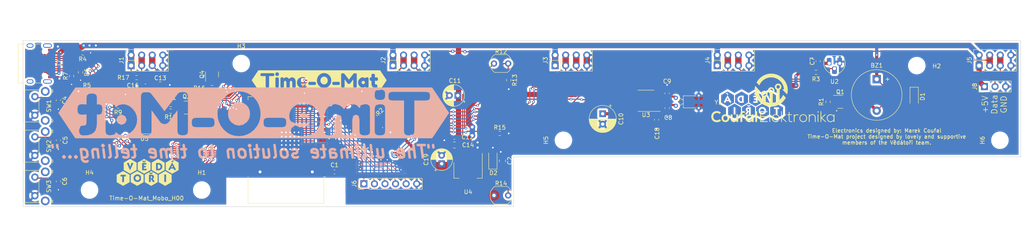
<source format=kicad_pcb>
(kicad_pcb (version 20211014) (generator pcbnew)
  (layers (0 "F.Cu" signal) (31 "B.Cu" signal) (34 "B.Paste" user) (35 "F.Paste" user) (36 "B.SilkS" user "B.Silkscreen") (37 "F.SilkS" user "F.Silkscreen") (38 "B.Mask" user) (39 "F.Mask" user) (44 "Edge.Cuts" user))
  (net 0 "")
  (net 1 "+5V")
  (net 2 "Net-(BZ1-Pad2)")
  (net 3 "+3V3")
  (net 4 "GND")
  (net 5 "/USB+Power/ESP_RST")
  (net 6 "BUTTON1")
  (net 7 "BUTTON2")
  (net 8 "BUTTON3")
  (net 9 "Net-(C8-Pad1)")
  (net 10 "Net-(C9-Pad1)")
  (net 11 "Net-(C10-Pad1)")
  (net 12 "WS2812")
  (net 13 "Net-(J1-Pad5)")
  (net 14 "Net-(J2-Pad5)")
  (net 15 "Net-(J3-Pad5)")
  (net 16 "Net-(J4-Pad5)")
  (net 17 "Net-(J5-Pad5)")
  (net 18 "TOUCH9")
  (net 19 "TOUCH8")
  (net 20 "TOUCH7")
  (net 21 "TOUCH6")
  (net 22 "TOUCH5")
  (net 24 "/USB+Power/D+")
  (net 25 "CC2")
  (net 26 "Net-(J7-PadA8)")
  (net 27 "/USB+Power/D-")
  (net 28 "CC1")
  (net 29 "Net-(J7-PadB8)")
  (net 30 "BUZZER")
  (net 31 "Net-(Q2-Pad1)")
  (net 32 "Net-(Q2-Pad2)")
  (net 33 "Net-(Q3-Pad1)")
  (net 34 "Net-(Q3-Pad2)")
  (net 35 "/USB+Power/ESP_GPIO0")
  (net 36 "TEMPERATURE")
  (net 37 "/USB+Power/ESP_RX")
  (net 38 "Net-(R8-Pad2)")
  (net 39 "/USB+Power/ESP_TX")
  (net 40 "Net-(R9-Pad2)")
  (net 41 "LIGHT1")
  (net 42 "LIGHT2")
  (net 43 "SCLK")
  (net 44 "CE")
  (net 57 "IO")
  (net 63 "Net-(Q4-Pad2)")
  (footprint "Capacitor_SMD:C_0805_2012Metric" (layer "F.Cu") (at 33.02 10.668)
    (fp_text reference "C13")
    (fp_text value "10u")
  )
  (footprint "Capacitor_SMD:C_0805_2012Metric" (layer "F.Cu") (at 115.316 28.956 90)
    (fp_text reference "C2")
    (fp_text value "10u")
  )
  (footprint "Resistor_SMD:R_0603_1608Metric" (layer "F.Cu") (at 35.496 15.367 180)
    (fp_text reference "R11")
    (fp_text value "12K")
  )
  (footprint "Button_Switch_THT:SW_Tactile_SPST_Angled_PTS645Vx83-2LFS" (layer "F.Cu") (at 2.8625 37.375 90)
    (fp_text reference "SW3")
    (fp_text value "SW_SPST")
  )
  (footprint "Resistor_SMD:R_0603_1608Metric" (layer "F.Cu") (at 114.681 22.352)
    (fp_text reference "R15")
    (fp_text value "10K")
  )
  (footprint "Time-O-Mat_Library:Coufal_elektronika_text_30x13mm" (layer "F.Cu") (at 180.467 14.351)
    (fp_text reference "G1" hide)
    (fp_text value "CoufalElektronika_logo" hide)
  )
  (footprint "Connector_USB:USB_C_Receptacle_HRO_TYPE-C-31-M-12" (layer "F.Cu") (at 2.74 5.5 -90)
    (fp_text reference "J7")
    (fp_text value "918-418K2023S40001")
  )
  (footprint "Button_Switch_THT:SW_Tactile_SPST_Angled_PTS645Vx83-2LFS" (layer "F.Cu") (at 2.8625 17.975 90)
    (fp_text reference "SW1")
    (fp_text value "SW_SPST")
  )
  (footprint "Package_SO:SOIC-16_3.9x9.9mm_P1.27mm" (layer "F.Cu") (at 29 17.4)
    (fp_text reference "U5")
    (fp_text value "CH340G")
  )
  (footprint "Capacitor_THT:CP_Radial_D6.3mm_P2.50mm" (layer "F.Cu") (at 139.446 17.613621 -90)
    (fp_text reference "C10")
    (fp_text value "Supercap")
  )
  (footprint "Capacitor_SMD:C_0603_1608Metric" (layer "F.Cu") (at 86.868 20.574 135)
    (fp_text reference "C3")
    (fp_text value "1u")
  )
  (footprint "Diode_SMD:D_SOD-123" (layer "F.Cu") (at 214.376 13.462 -90)
    (fp_text reference "D1")
    (fp_text value "B5819W")
  )
  (footprint "Resistor_SMD:R_0603_1608Metric" (layer "F.Cu") (at 116.84 9.525 -90)
    (fp_text reference "R13")
    (fp_text value "10K")
  )
  (footprint "Connector_PinHeader_2.54mm:PinHeader_1x06_P2.54mm_Vertical" (layer "F.Cu") (at 82 34.5 90)
    (fp_text reference "J6")
    (fp_text value "Conn_01x06_Male")
  )
  (footprint "Package_TO_SOT_SMD:SOT-23" (layer "F.Cu") (at 45.466 8.128 90)
    (fp_text reference "Q4")
    (fp_text value "2N7002")
  )
  (footprint "Resistor_SMD:R_0603_1608Metric" (layer "F.Cu") (at 22.86 15.748)
    (fp_text reference "R9")
    (fp_text value "470R")
  )
  (footprint "Resistor_SMD:R_0603_1608Metric" (layer "F.Cu") (at 11.684 8.509 90)
    (fp_text reference "R7")
    (fp_text value "5K1")
  )
  (footprint "Connector_PinHeader_2.54mm:PinHeader_2x04_P2.54mm_Vertical" (layer "F.Cu") (at 167 6 90)
    (fp_text reference "J4")
    (fp_text value "Conn_02x04_Odd_Even")
  )
  (footprint "Package_TO_SOT_THT:TO-92_HandSolder" (layer "F.Cu") (at 196.469 5.449 180)
    (fp_text reference "U2")
    (fp_text value "DS18B20")
  )
  (footprint "Package_TO_SOT_SMD:SOT-23" (layer "F.Cu") (at 43.688 16.129)
    (fp_text reference "Q3")
    (fp_text value "S8050")
  )
  (footprint "Capacitor_SMD:C_0603_1608Metric" (layer "F.Cu") (at 152.4 19.05 -90)
    (fp_text reference "C18")
    (fp_text value "100n")
  )
  (footprint "Resistor_SMD:R_0603_1608Metric" (layer "F.Cu") (at 22.86 14.224)
    (fp_text reference "R8")
    (fp_text value "470R")
  )
  (footprint "MountingHole:MountingHole_3.2mm_M3" (layer "F.Cu") (at 235 24 90)
    (fp_text reference "H6")
    (fp_text value "MountingHole")
  )
  (footprint "Resistor_SMD:R_0603_1608Metric" (layer "F.Cu") (at 13.843 7.62 -90)
    (fp_text reference "R6")
    (fp_text value "5K1")
  )
  (footprint "Resistor_SMD:R_0603_1608Metric" (layer "F.Cu") (at 14.351 2.921)
    (fp_text reference "R4")
    (fp_text value "5K1")
  )
  (footprint "Resistor_SMD:R_0603_1608Metric" (layer "F.Cu") (at 27.305 8.89)
    (fp_text reference "R17")
    (fp_text value "10K")
  )
  (footprint "Crystal:Crystal_DS26_D2.0mm_L6.0mm_Horizontal_1EP_style2" (layer "F.Cu") (at 157.036 15.682 90)
    (fp_text reference "Y1")
    (fp_text value "Crystal_GND2")
  )
  (footprint "Capacitor_SMD:C_0603_1608Metric" (layer "F.Cu") (at 8.509 33.909 90)
    (fp_text reference "C6")
    (fp_text value "100n")
  )
  (footprint "Connector_PinHeader_2.54mm:PinHeader_2x04_P2.54mm_Vertical" (layer "F.Cu") (at 128 6 90)
    (fp_text reference "J3")
    (fp_text value "Conn_02x04_Odd_Even")
  )
  (footprint "Capacitor_SMD:C_0603_1608Metric" (layer "F.Cu") (at 8.509 24.003 90)
    (fp_text reference "C5")
    (fp_text value "100n")
  )
  (footprint "Resistor_SMD:R_0603_1608Metric" (layer "F.Cu") (at 193.675 14.732 -90)
    (fp_text reference "R1")
    (fp_text value "10K")
  )
  (footprint "Diode_SMD:D_SOD-123" (layer "F.Cu") (at 113.03 28.702 90)
    (fp_text reference "D2")
    (fp_text value "B5819W")
  )
  (footprint "Resistor_SMD:R_0603_1608Metric" (layer "F.Cu") (at 84.708163 18.363363 -45)
    (fp_text reference "R2")
    (fp_text value "10K")
  )
  (footprint "Capacitor_THT:CP_Radial_D5.0mm_P2.00mm" (layer "F.Cu") (at 100.711 29.657113 90)
    (fp_text reference "C19")
    (fp_text value "100u")
  )
  (footprint "Capacitor_THT:CP_Radial_D5.0mm_P2.00mm" (layer "F.Cu") (at 104.587112 13.208 180)
    (fp_text reference "C11")
    (fp_text value "100u")
  )
  (footprint "Package_SO:SOIC-8_3.9x4.9mm_P1.27mm" (layer "F.Cu") (at 149.86 14.478 180)
    (fp_text reference "U3")
    (fp_text value "DS1302ZN+")
  )
  (footprint "MountingHole:MountingHole_3.2mm_M3" (layer "F.Cu") (at 130 24 90)
    (fp_text reference "H5")
    (fp_text value "MountingHole")
  )
  (footprint "Capacitor_SMD:C_0603_1608Metric" (layer "F.Cu") (at 191.262 4.953 90)
    (fp_text reference "C7")
    (fp_text value "100n")
  )
  (footprint "Connector_PinHeader_2.54mm:PinHeader_1x03_P2.54mm_Vertical" (layer "F.Cu") (at 231.282 11.049 90)
    (fp_text reference "J8")
    (fp_text value "Conn_01x03")
  )
  (footprint "Package_TO_SOT_SMD:SOT-23" (layer "F.Cu") (at 196.596 14.732)
    (fp_text reference "Q1")
    (fp_text value "2N7002")
  )
  (footprint "Resistor_SMD:R_0603_1608Metric" (layer "F.Cu") (at 15.367 12.192)
    (fp_text reference "R5")
    (fp_text value "5K1")
  )
  (footprint "Resistor_SMD:R_0603_1608Metric" (layer "F.Cu") (at 190.754 7.62)
    (fp_text reference "R3")
    (fp_text value "4K7")
  )
  (footprint "Connector_PinHeader_2.54mm:PinHeader_2x04_P2.54mm_Vertical" (layer "F.Cu") (at 89 6 90)
    (fp_text reference "J2")
    (fp_text value "Conn_02x04_Odd_Even")
  )
  (footprint "MountingHole:MountingHole_3.2mm_M3" (layer "F.Cu") (at 43 36)
    (fp_text reference "H1")
    (fp_text value "MountingHole")
  )
  (footprint "Capacitor_SMD:C_0603_1608Metric" (layer "F.Cu") (at 29.464 10.922 180)
    (fp_text reference "C16")
    (fp_text value "100n")
  )
  (footprint "Capacitor_SMD:C_0603_1608Metric" (layer "F.Cu") (at 154.94 12.7 90)
    (fp_text reference "C9")
    (fp_text value "6pF")
  )
  (footprint "Time-O-Mat_Library:Vedatori_15mm" (layer "F.Cu") (at 29.972 31.75)
    (fp_text reference "G3" hide)
    (fp_text value "Vedatori_logo" hide)
  )
  (footprint "MountingHole:MountingHole_3.2mm_M3" (layer "F.Cu") (at 16 36)
    (fp_text reference "H4")
    (fp_text value "MountingHole")
  )
  (footprint "Buzzer_Beeper:Buzzer_12x9.5RM7.6" (layer "F.Cu") (at 205.359 9.281 -90)
    (fp_text reference "BZ1")
    (fp_text value "Buzzer")
  )
  (footprint "Capacitor_SMD:C_0603_1608Metric" (layer "F.Cu") (at 74.93 31.623 180)
    (fp_text reference "C1")
    (fp_text value "100n")
  )
  (footprint "Resistor_SMD:R_0603_1608Metric" (layer "F.Cu") (at 45.466 11.303)
    (fp_text reference "R16")
    (fp_text value "10K")
  )
  (footprint "Package_TO_SOT_SMD:SOT-23" (layer "F.Cu") (at 39.37 16.129 180)
    (fp_text reference "Q2")
    (fp_text value "S8050")
  )
  (footprint "MountingHole:MountingHole_3.2mm_M3" (layer "F.Cu") (at 215 6)
    (fp_text reference "H2")
    (fp_text value "MountingHole")
  )
  (footprint "kibuzzard-61E8891A" (layer "F.Cu") (at 71.247 9.525)
    (fp_text reference "kibuzzard-61E8891A" hide)
    (fp_text value "G***" hide)
  )
  (footprint "RF_Module:ESP32-WROOM-32" (layer "F.Cu") (at 63.246 23.368 180)
    (fp_text reference "U1")
    (fp_text value "ESP32-WROOM-32D")
  )
  (footprint "Package_TO_SOT_SMD:SOT-223-3_TabPin2" (layer "F.Cu") (at 107.061 31.242 -90)
    (fp_text reference "U4")
    (fp_text value "AMS1117-3.3")
  )
  (footprint "Connector_PinHeader_2.54mm:PinHeader_2x04_P2.54mm_Vertical" (layer "F.Cu") (at 26 6 90)
    (fp_text reference "J1")
    (fp_text value "Conn_02x04_Odd_Even")
  )
  (footprint "Capacitor_SMD:C_0603_1608Metric" (layer "F.Cu") (at 154.94 16.269 -90)
    (fp_text reference "C8")
    (fp_text value "6pF")
  )
  (footprint "Capacitor_SMD:C_0805_2012Metric" (layer "F.Cu") (at 103.759 25.146 180)
    (fp_text reference "C14")
    (fp_text value "10u")
  )
  (footprint "Connector_PinHeader_2.54mm:PinHeader_2x04_P2.54mm_Vertical" (layer "F.Cu") (at 230 6 90)
    (fp_text reference "J5")
    (fp_text value "Conn_02x04_Odd_Even")
  )
  (footprint "Button_Switch_THT:SW_Tactile_SPST_Angled_PTS645Vx83-2LFS" (layer "F.Cu") (at 2.8625 27.675 90)
    (fp_text reference "SW2")
    (fp_text value "SW_SPST")
  )
  (footprint "Capacitor_SMD:C_0603_1608Metric" (layer "F.Cu") (at 8.509 14.351 90)
    (fp_text reference "C4")
    (fp_text value "100n")
  )
  (footprint "Capacitor_SMD:C_0603_1608Metric" (layer "F.Cu") (at 103.759 23.241 180)
    (fp_text reference "C12")
    (fp_text value "100n")
  )
  (footprint "Resistor_SMD:R_0603_1608Metric" (layer "F.Cu") (at 35.496 16.967 180)
    (fp_text reference "R10")
    (fp_text value "12K")
  )
  (footprint "OptoDevice:R_LDR_5.1x4.3mm_P3.4mm_Vertical" (layer "F.Cu") (at 113.3 37.3)
    (fp_text reference "R14")
    (fp_text value "R_Photo")
  )
  (footprint "OptoDevice:R_LDR_5.1x4.3mm_P3.4mm_Vertical" (layer "F.Cu") (at 113.3 5.5)
    (fp_text reference "R12")
    (fp_text value "R_Photo")
  )
  (footprint "MountingHole:MountingHole_3.2mm_M3" (layer "F.Cu") (at 52.5 5.5)
    (fp_text reference "H3")
    (fp_text value "MountingHole")
  )
  (footprint "kibuzzard-61E88A0E" (layer "B.Cu") (at 55.499 17.399 180)
    (fp_text reference "kibuzzard-61E88A0E" hide)
    (fp_text value "G***" hide)
  )
  (footprint "Time-O-Mat_Library:Vedatori_copper_exposed_15mm" (layer "B.Cu") (at 175.387 15.494 180)
    (fp_text reference "G2" hide)
    (fp_text value "Vedatori_logo" hide)
  )
  (gr_line (start 0 40) (end 118 40) (layer "Edge.Cuts") (width 0.1))
  (gr_line (start 118 28) (end 240 28) (layer "Edge.Cuts") (width 0.1))
  (gr_line (start 240 28) (end 240 0) (layer "Edge.Cuts") (width 0.1))
  (gr_line (start 118 40) (end 118 28) (layer "Edge.Cuts") (width 0.1))
  (gr_line (start 0 24) (end 0 0) (layer "Edge.Cuts") (width 0.1))
  (gr_line (start 0 0) (end 240 0) (layer "Edge.Cuts") (width 0.1))
  (gr_line (start 0 24) (end 0 40) (layer "Edge.Cuts") (width 0.1))
  (gr_text "{dblquote}The ultimate solution to time telling...{dblquote}" (at 53.213 26.797) (layer "B.SilkS") (effects (font (size 3 3) (thickness 0.6) italic) (justify mirror)))
  (gr_text "+5V\nData\nGND" (at 233.68 15.367 90) (layer "F.SilkS") (effects (font (size 1.4 1.4))))
  (gr_text "Electronics designed by: Marek Coufal\nTime-O-Mat project designed by lovely and supportive\nmembers of the Vědátoři team." (at 207.772 23.114) (layer "F.SilkS") (effects (font (size 0.9 0.9))))
  (gr_text "Time-O-Mat_Mobo_H00" (at 29.718 37.973) (layer "F.SilkS") (effects (font (size 1 1))))
  (segment (start 230 9.767) (end 231.282 11.049) (width 1.27) (layer "F.Cu") (net 1))
  (segment (start 214.376 11.812) (end 207.89 11.812) (width 0.254) (layer "F.Cu") (net 1))
  (segment (start 230 6) (end 230 9.767) (width 1.27) (layer "F.Cu") (net 1))
  (segment (start 14.224 1.524) (end 14.59548 1.15252) (width 1.27) (layer "F.Cu") (net 1))
  (segment (start 104.65752 1.15252) (end 127.95252 1.15252) (width 1.27) (layer "F.Cu") (net 1))
  (segment (start 6.785 3.05) (end 6.094 3.05) (width 0.254) (layer "F.Cu") (net 1))
  (segment (start 8.56 7.95) (end 8.636 7.874) (width 0.254) (layer "F.Cu") (net 1))
  (segment (start 104.761 28.092) (end 104.761 1.256) (width 1.27) (layer "F.Cu") (net 1))
  (segment (start 167 3.46) (end 167 1.2) (width 1.27) (layer "F.Cu") (net 1))
  (segment (start 128 3.46) (end 128 1.2) (width 1.27) (layer "F.Cu") (net 1))
  (segment (start 5.892102 7.95) (end 6.785 7.95) (width 0.254) (layer "F.Cu") (net 1))
  (segment (start 26 3.46) (end 26 1.4) (width 1.27) (layer "F.Cu") (net 1))
  (segment (start 5.503581 7.561479) (end 5.892102 7.95) (width 0.254) (layer "F.Cu") (net 1))
  (segment (start 89.04748 1.15252) (end 104.65752 1.15252) (width 1.27) (layer "F.Cu") (net 1))
  (segment (start 6.094 3.05) (end 5.715 3.429) (width 0.254) (layer "F.Cu") (net 1))
  (segment (start 167.04748 1.15252) (end 227.69252 1.15252) (width 1.27) (layer "F.Cu") (net 1))
  (segment (start 26 6) (end 26 3.46) (width 1.524) (layer "F.Cu") (net 1))
  (segment (start 207.89 11.812) (end 205.359 9.281) (width 0.254) (layer "F.Cu") (net 1))
  (segment (start 26 8.41) (end 26 6) (width 0.254) (layer "F.Cu") (net 1))
  (segment (start 5.715 3.429) (end 5.207 3.429) (width 0.254) (layer "F.Cu") (net 1))
  (segment (start 128 1.2) (end 127.95252 1.15252) (width 1.27) (layer "F.Cu") (net 1))
  (segment (start 104.761 1.256) (end 104.65752 1.15252) (width 1.27) (layer "F.Cu") (net 1))
  (segment (start 89 6) (end 89 3.46) (width 1.524) (layer "F.Cu") (net 1))
  (segment (start 89 1.2) (end 89.04748 1.15252) (width 1.27) (layer "F.Cu") (net 1))
  (segment (start 227.69252 1.15252) (end 230 3.46) (width 1.27) (layer "F.Cu") (net 1))
  (segment (start 14.59548 1.15252) (end 25.75252 1.15252) (width 1.27) (layer "F.Cu") (net 1))
  (segment (start 6.785 7.95) (end 8.56 7.95) (width 0.254) (layer "F.Cu") (net 1))
  (segment (start 128 6) (end 128 3.46) (width 1.524) (layer "F.Cu") (net 1))
  (segment (start 5.275479 7.561479) (end 5.503581 7.561479) (width 0.254) (layer "F.Cu") (net 1))
  (segment (start 127.95252 1.15252) (end 167.04748 1.15252) (width 1.27) (layer "F.Cu") (net 1))
  (segment (start 89 3.46) (end 89 1.2) (width 1.27) (layer "F.Cu") (net 1))
  (segment (start 6.785 3.05) (end 8.761 3.05) (width 0.508) (layer "F.Cu") (net 1))
  (segment (start 8.761 3.05) (end 9.017 2.794) (width 0.508) (layer "F.Cu") (net 1))
  (segment (start 5.207 3.429) (end 4.699 3.937) (width 0.508) (layer "F.Cu") (net 1))
  (segment (start 167 1.2) (end 167.04748 1.15252) (width 1.27) (layer "F.Cu") (net 1))
  (segment (start 26.48 8.89) (end 26 8.41) (width 0.254) (layer "F.Cu") (net 1))
  (segment (start 10.287 1.524) (end 14.224 1.524) (width 1.27) (layer "F.Cu") (net 1))
  (segment (start 4.699 6.985) (end 5.275479 7.561479) (width 0.508) (layer "F.Cu") (net 1))
  (segment (start 4.699 3.937) (end 4.699 6.985) (width 0.508) (layer "F.Cu") (net 1))
  (segment (start 25.75252 1.15252) (end 89.04748 1.15252) (width 1.27) (layer "F.Cu") (net 1))
  (segment (start 205.359 9.281) (end 205.359 3.429) (width 0.762) (layer "F.Cu") (net 1))
  (segment (start 26 1.4) (end 25.75252 1.15252) (width 1.27) (layer "F.Cu") (net 1))
  (segment (start 9.017 2.794) (end 10.287 1.524) (width 1.27) (layer "F.Cu") (net 1))
  (via (at 9.017 2.794) (size 0.6) (drill 0.3) (layers "F.Cu" "B.Cu") (net 1))
  (via (at 17.51648 1.15252) (size 1) (drill 0.5) (layers "F.Cu" "B.Cu") (net 1))
  (via (at 14.59548 1.15252) (size 1) (drill 0.5) (layers "F.Cu" "B.Cu") (net 1))
  (via (at 8.636 7.874) (size 0.6) (drill 0.3) (layers "F.Cu" "B.Cu") (net 1))
  (via (at 15.99248 1.15252) (size 1) (drill 0.5) (layers "F.Cu" "B.Cu") (net 1))
  (via (at 205.359 3.429) (size 0.6) (drill 0.3) (layers "F.Cu" "B.Cu") (net 1))
  (segment (start 89 1.2) (end 88.95252 1.15252) (width 1.27) (layer "B.Cu") (net 1))
  (segment (start 8.636 3.175) (end 9.017 2.794) (width 0.762) (layer "B.Cu") (net 1))
  (segment (start 8.636 7.874) (end 8.636 3.175) (width 0.762) (layer "B.Cu") (net 1))
  (segment (start 227.69252 1.15252) (end 230 3.46) (width 1.27) (layer "B.Cu") (net 1))
  (segment (start 167 6) (end 167 3.46) (width 1.524) (layer "B.Cu") (net 1))
  (segment (start 26 1.2) (end 25.95252 1.15252) (width 1.27) (layer "B.Cu") (net 1))
  (segment (start 205.359 1.16204) (end 205.36852 1.15252) (width 0.762) (layer "B.Cu") (net 1))
  (segment (start 230 3.46) (end 230 6) (width 1.27) (layer "B.Cu") (net 1))
  (segment (start 128 1.4) (end 127.75252 1.15252) (width 1.27) (layer "B.Cu") (net 1))
  (segment (start 25.95252 1.15252) (end 88.95252 1.15252) (width 1.27) (layer "B.Cu") (net 1))
  (segment (start 14.59548 1.15252) (end 25.95252 1.15252) (width 1.27) (layer "B.Cu") (net 1))
  (segment (start 167 3.46) (end 167 1.6) (width 1.27) (layer "B.Cu") (net 1))
  (segment (start 167.44748 1.15252) (end 205.36852 1.15252) (width 1.27) (layer "B.Cu") (net 1))
  (segment (start 26 6) (end 26 1.2) (width 1.27) (layer "B.Cu") (net 1))
  (segment (start 88.95252 1.15252) (end 127.75252 1.15252) (width 1.27) (layer "B.Cu") (net 1))
  (segment (start 128 6) (end 128 1.4) (width 1.27) (layer "B.Cu") (net 1))
  (segment (start 205.36852 1.15252) (end 227.69252 1.15252) (width 1.27) (layer "B.Cu") (net 1))
  (segment (start 205.359 3.429) (end 205.359 1.16204) (width 0.762) (layer "B.Cu") (net 1))
  (segment (start 127.75252 1.15252) (end 167.44748 1.15252) (width 1.27) (layer "B.Cu") (net 1))
  (segment (start 167 1.6) (end 167.44748 1.15252) (width 1.27) (layer "B.Cu") (net 1))
  (segment (start 89 6) (end 89 1.2) (width 1.27) (layer "B.Cu") (net 1))
  (segment (start 203.21 14.732) (end 205.359 16.881) (width 0.762) (layer "F.Cu") (net 2))
  (segment (start 207.128 15.112) (end 205.359 16.881) (width 0.254) (layer "F.Cu") (net 2))
  (segment (start 214.376 15.112) (end 207.128 15.112) (width 0.254) (layer "F.Cu") (net 2))
  (segment (start 197.5335 14.732) (end 203.21 14.732) (width 0.762) (layer "F.Cu") (net 2))
  (segment (start 50.26852 12.437501) (end 50.275717 12.437501) (width 0.762) (layer "F.Cu") (net 3))
  (segment (start 107.188 16.002) (end 110.236 12.954) (width 1.27) (layer "F.Cu") (net 3))
  (segment (start 75.946 31.623) (end 76.342422 31.226578) (width 0.508) (layer "F.Cu") (net 3))
  (segment (start 31.475 12.955) (end 33.273 12.955) (width 0.508) (layer "F.Cu") (net 3))
  (segment (start 52.299218 10.414) (end 78.486 10.414) (width 0.762) (layer "F.Cu") (net 3))
  (segment (start 26.525 16.765) (end 28.035 16.765) (width 0.508) (layer "F.Cu") (net 3))
  (segment (start 189.852 5.728) (end 188.709 5.728) (width 0.762) (layer "F.Cu") (net 3))
  (segment (start 44.578 12.955) (end 44.805445 13.182445) (width 0.762) (layer "F.Cu") (net 3))
  (segment (start 149.733 15.24) (end 149.733 11.049) (width 0.508) (layer "F.Cu") (net 3))
  (segment (start 48.781073 13.190305) (end 49.515716 13.190305) (width 0.762) (layer "F.Cu") (net 3))
  (segment (start 29 13.8) (end 29.845 12.955) (width 0.508) (layer "F.Cu") (net 3))
  (segment (start 189.929 7.62) (end 189.929 5.805) (width 0.254) (layer "F.Cu") (net 3))
  (segment (start 189.929 5.805) (end 189.852 5.728) (width 0.254) (layer "F.Cu") (net 3))
  (segment (start 77.978 36.703) (end 79.629 38.354) (width 0.762) (layer "F.Cu") (net 3))
  (segment (start 105.772979 26.803979) (end 107.061 28.092) (width 0.254) (layer "F.Cu") (net 3))
  (segment (start 75.468844 30.353) (end 75.897922 30.782078) (width 0.762) (layer "F.Cu") (net 3))
  (segment (start 33.273 12.955) (end 37.845 12.955) (width 0.762) (layer "F.Cu") (net 3))
  (segment (start 31.475 12.955) (end 31.475 11.263) (width 0.508) (layer "F.Cu") (net 3))
  (segment (start 113.3 5.5) (end 105.772979 13.027021) (width 0.254) (layer "F.Cu") (net 3))
  (segment (start 185.928 10.795) (end 160.782 10.795) (width 1.27) (layer "F.Cu") (net 3))
  (segment (start 152.335 18.21) (end 152.4 18.275) (width 0.508) (layer "F.Cu") (net 3))
  (segment (start 151.638 9.144) (end 149.733 11.049) (width 1.27) (layer "F.Cu") (net 3))
  (segment (start 160.782 10.795) (end 159.131 9.144) (width 1.27) (layer "F.Cu") (net 3))
  (segment (start 79.629 38.354) (end 97.79 38.354) (width 0.762) (layer "F.Cu") (net 3))
  (segment (start 152.335 16.383) (end 150.876 16.383) (width 0.508) (layer "F.Cu") (net 3))
  (segment (start 44.578 12.955) (end 44.578 11.366) (width 0.762) (layer "F.Cu") (net 3))
  (segment (start 159.131 9.144) (end 151.638 9.144) (width 1.27) (layer "F.Cu") (net 3))
  (segment (start 76.342422 31.226578) (end 77.978 32.862156) (width 0.762) (layer "F.Cu") (net 3))
  (segment (start 48.773213 13.182445) (end 48.781073 13.190305) (width 0.762) (layer "F.Cu") (net 3))
  (segment (start 75.705 30.975) (end 75.897922 30.782078) (width 0.508) (layer "F.Cu") (net 3))
  (segment (start 30.58 11.263) (end 30.239 10.922) (width 0.508) (layer "F.Cu") (net 3))
  (segment (start 84.1248 17.78) (end 84.9884 16.9164) (width 0.254) (layer "F.Cu") (net 3))
  (segment (start 84.9884 16.9164) (end 97.663 29.591) (width 0.762) (layer "F.Cu") (net 3))
  (segment (start 193.929 5.449) (end 191.541 5.449) (width 0.762) (layer "F.Cu") (net 3))
  (segment (start 31.475 11.263) (end 32.07 10.668) (width 0.508) (layer "F.Cu") (net 3))
  (segment (start 37.845 12.955) (end 44.578 12.955) (width 0.762) (layer "F.Cu") (net 3))
  (segment (start 132.879218 12.954) (end 134.784218 11.049) (width 1.27) (layer "F.Cu") (net 3))
  (segment (start 44.578 11.366) (end 44.641 11.303) (width 0.762) (layer "F.Cu") (net 3))
  (segment (start 188.709 5.728) (end 185.928 8.509) (width 0.762) (layer "F.Cu") (net 3))
  (segment (start 49.515716 13.190305) (end 50.26852 12.437501) (width 0.762) (layer "F.Cu") (net 3))
  (segment (start 29 15.8) (end 29 13.8) (width 0.508) (layer "F.Cu") (net 3))
  (segment (start 50.275717 12.437501) (end 52.299218 10.414) (width 0.762) (layer "F.Cu") (net 3))
  (segment (start 44.516 11.178) (end 44.641 11.303) (width 0.254) (layer "F.Cu") (net 3))
  (segment (start 44.805445 13.182445) (end 48.773213 13.182445) (width 0.762) (layer "F.Cu") (net 3))
  (segment (start 29.845 12.955) (end 31.475 12.955) (width 0.508) (layer "F.Cu") (net 3))
  (segment (start 150.876 16.383) (end 149.733 15.24) (width 0.508) (layer "F.Cu") (net 3))
  (segment (start 107.188 19.9285) (end 107.188 16.002) (width 1.27) (layer "F.Cu") (net 3))
  (segment (start 75.705 31.623) (end 75.705 30.975) (width 0.508) (layer "F.Cu") (net 3))
  (segment (start 152.335 16.383) (end 152.335 18.21) (width 0.508) (layer "F.Cu") (net 3))
  (segment (start 77.978 32.862156) (end 77.978 36.703) (width 0.762) (layer "F.Cu") (net 3))
  (segment (start 78.486 10.414) (end 84.9884 16.9164) (width 0.762) (layer "F.Cu") (net 3))
  (segment (start 107.061 23.8865) (end 108.077 22.8705) (width 1.27) (layer "F.Cu") (net 3))
  (segment (start 71.746 30.353) (end 75.468844 30.353) (width 0.762) (layer "F.Cu") (net 3))
  (segment (start 75.705 31.623) (end 75.946 31.623) (width 0.508) (layer "F.Cu") (net 3))
  (segment (start 191.541 5.449) (end 191.262 5.728) (width 0.762) (layer "F.Cu") (net 3))
  (segment (start 110.236 12.954) (end 132.879218 12.954) (width 1.27) (layer "F.Cu") (net 3))
  (segment (start 28.035 16.765) (end 29 15.8) (width 0.508) (layer "F.Cu") (net 3))
  (segment (start 105.772979 13.027021) (end 105.772979 26.803979) (width 0.254) (layer "F.Cu") (net 3))
  (segment (start 44.516 9.0655) (end 44.516 11.178) (width 0.254) (layer "F.Cu") (net 3))
  (segment (start 108.077 20.8175) (end 107.188 19.9285) (width 1.27) (layer "F.Cu") (net 3))
  (segment (start 107.061 28.092) (end 107.061 23.8865) (width 1.27) (layer "F.Cu") (net 3))
  (segment (start 191.262 5.728) (end 189.852 5.728) (width 0.762) (layer "F.Cu") (net 3))
  (segment (start 134.784218 11.049) (end 149.733 11.049) (width 1.27) (layer "F.Cu") (net 3))
  (segment (start 31.475 11.263) (end 30.58 11.263) (width 0.508) (layer "F.Cu") (net 3))
  (segment (start 75.897922 30.782078) (end 76.342422 31.226578) (width 0.762) (layer "F.Cu") (net 3))
  (via (at 185.928 10.795) (size 0.6) (drill 0.3) (layers "F.Cu" "B.Cu") (net 3))
  (via (at 108.077 22.8705) (size 1.4) (drill 0.7) (layers "F.Cu" "B.Cu") (net 3))
  (via (at 108.077 20.8175) (size 1.4) (drill 0.7) (layers "F.Cu" "B.Cu") (net 3))
  (via (at 185.928 8.509) (size 0.6) (drill 0.3) (layers "F.Cu" "B.Cu") (net 3))
  (segment (start 185.928 8.509) (end 185.928 10.795) (width 0.762) (layer "B.Cu") (net 3))
  (segment (start 108.077 22.8705) (end 108.077 20.8175) (width 1.27) (layer "B.Cu") (net 3))
  (segment (start 154.94 11.925) (end 154.94 10.668) (width 0.508) (layer "F.Cu") (net 4))
  (segment (start 102.984 23.99) (end 102.984 24.971) (width 0.762) (layer "F.Cu") (net 4))
  (segment (start 84.0105 26.8605) (end 82.9945 25.8445) (width 0.254) (layer "F.Cu") (net 4))
  (segment (start 8.509 34.684) (end 8.509 35.941) (width 0.254) (layer "F.Cu") (net 4))
  (segment (start 76.2635 24.7015) (end 75.2475 23.6855) (width 0.254) (layer "F.Cu") (net 4))
  (segment (start 89.916 30.099) (end 88.9 29.083) (width 0.254) (layer "F.Cu") (net 4))
  (segment (start 81.153 29.591) (end 80.899 29.337) (width 0.254) (layer "F.Cu") (net 4))
  (segment (start 193.8 15.682) (end 193.675 15.557) (width 0.762) (layer "F.Cu") (net 4))
  (segment (start 90.932 31.115) (end 89.916 30.099) (width 0.254) (layer "F.Cu") (net 4))
  (segment (start 26.525 12.955) (end 24.639 12.955) (width 0.508) (layer "F.Cu") (net 4))
  (segment (start 84.963 27.813) (end 84.0105 26.8605) (width 0.254) (layer "F.Cu") (net 4))
  (segment (start 82.9945 25.8445) (end 82.042 24.892) (width 0.254) (layer "F.Cu") (net 4))
  (segment (start 102.984 23.99) (end 101.359 23.99) (width 0.762) (layer "F.Cu") (net 4))
  (segment (start 109.361 24.525) (end 109.361 28.092) (width 1.524) (layer "F.Cu") (net 4))
  (segment (start 113.03 27.052) (end 113.03 25.781) (width 0.508) (layer "F.Cu") (net 4))
  (segment (start 24.639 12.955) (end 24.638 12.954) (width 0.508) (layer "F.Cu") (net 4))
  (segment (start 81.026 23.876) (end 79.883 22.733) (width 0.254) (layer "F.Cu") (net 4))
  (segment (start 54.746 31.623) (end 57.023 31.623) (width 0.762) (layer "F.Cu") (net 4))
  (segment (start 109.347 24.511) (end 109.361 24.525) (width 1.524) (layer "F.Cu") (net 4))
  (segment (start 102.984 24.971) (end 102.809 25.146) (width 0.762) (layer "F.Cu") (net 4))
  (segment (start 8.509 24.778) (end 8.509 26.162) (width 0.254) (layer "F.Cu") (net 4))
  (segment (start 79.8195 28.2575) (end 78.6765 27.1145) (width 0.254) (layer "F.Cu") (net 4))
  (segment (start 8.509 15.126) (end 8.509 16.51) (width 0.254) (layer "F.Cu") (net 4))
  (segment (start 195.6585 16.8425) (end 195.707 16.891) (width 0.762) (layer "F.Cu") (net 4))
  (segment (start 14.542 12.192) (end 13.335 12.192) (width 0.254) (layer "F.Cu") (net 4))
  (segment (start 68.961 14.113) (end 68.961 16.383) (width 0.762) (layer "F.Cu") (net 4))
  (segment (start 33.97 10.668) (end 35.306 10.668) (width 0.508) (layer "F.Cu") (net 4))
  (segment (start 28.689 10.922) (end 27.305 10.922) (width 0.508) (layer "F.Cu") (net 4))
  (segment (start 189.878 4.178) (end 189.865 4.191) (width 0.508) (layer "F.Cu") (net 4))
  (segment (start 78.74 21.59) (end 77.724 20.574) (width 0.254) (layer "F.Cu") (net 4))
  (segment (start 77.724 20.574) (end 76.3905 19.2405) (width 0.254) (layer "F.Cu") (net 4))
  (segment (start 80.899 29.337) (end 79.8195 28.2575) (width 0.254) (layer "F.Cu") (net 4))
  (segment (start 116.84 10.35) (end 116.84 11.684) (width 0.254) (layer "F.Cu") (net 4))
  (segment (start 13.843 8.445) (end 13.843 9.525) (width 0.254) (layer "F.Cu") (net 4))
  (segment (start 77.47 25.908) (end 76.2635 24.7015) (width 0.254) (layer "F.Cu") (net 4))
  (segment (start 71.746 31.623) (end 69.596 31.623) (width 0.762) (layer "F.Cu") (net 4))
  (segment (start 191.262 4.178) (end 189.878 4.178) (width 0.508) (layer "F.Cu") (net 4))
  (segment (start 76.3905 19.2405) (end 76.327 19.177) (width 0.254) (layer "F.Cu") (net 4))
  (segment (start 7.529 2.25) (end 8.382 1.397) (width 0.508) (layer "F.Cu") (net 4))
  (segment (start 74.155 31.623) (end 71.746 31.623) (width 0.508) (layer "F.Cu") (net 4))
  (segment (start 85.852 28.702) (end 84.963 27.813) (width 0.254) (layer "F.Cu") (net 4))
  (segment (start 82.042 24.892) (end 81.026 23.876) (width 0.254) (layer "F.Cu") (net 4))
  (segment (start 88.9 29.083) (end 88.519 28.702) (width 0.254) (layer "F.Cu") (net 4))
  (segment (start 81.153 30.861) (end 81.153 29.591) (width 0.254) (layer "F.Cu") (net 4))
  (segment (start 135.62 3.46) (end 135.62 6) (width 1.524) (layer "F.Cu") (net 4))
  (segment (start 15.176 2.921) (end 16.256 2.921) (width 0.254) (layer "F.Cu") (net 4))
  (segment (start 101.359 23.99) (end 101.346 24.003) (width 0.762) (layer "F.Cu") (net 4))
  (segment (start 75.2475 23.6855) (end 75.184 23.622) (width 0.254) (layer "F.Cu") (net 4))
  (segment (start 88.519 28.702) (end 87.63 28.702) (width 0.254) (layer "F.Cu") (net 4))
  (segment (start 195.6585 15.682) (end 193.8 15.682) (width 0.762) (layer "F.Cu") (net 4))
  (segment (start 115.316 28.006) (end 115.316 27.189428) (width 0.254) (layer "F.Cu") (net 4))
  (segment (start 8.369 8.75) (end 8.763 9.144) (width 0.508) (layer "F.Cu") (net 4))
  (segment (start 87.416008 21.122008) (end 88.392 22.098) (width 0.254) (layer "F.Cu") (net 4))
  (segment (start 11.684 9.334) (end 11.684 10.541) (width 0.254) (layer "F.Cu") (net 4))
  (segment (start 115.316 27.189428) (end 114.929286 26.802714) (width 0.254) (layer "F.Cu") (net 4))
  (segment (start 115.506 22.352) (end 116.84 22.352) (width 0.254) (layer "F.Cu") (net 4))
  (segment (start 152.4 19.825) (end 152.4 21.209) (width 0.508) (layer "F.Cu") (net 4))
  (segment (start 6.785 2.25) (end 7.529 2.25) (width 0.508) (layer "F.Cu") (net 4))
  (segment (start 87.63 28.702) (end 86.106 28.702) (width 0.254) (layer "F.Cu") (net 4))
  (segment (start 78.6765 27.1145) (end 77.47 25.908) (width 0.254) (layer "F.Cu") (net 4))
  (segment (start 102.984 23.241) (end 102.984 23.99) (width 0.762) (layer "F.Cu") (net 4))
  (segment (start 152.335 12.573) (end 154.292 12.573) (width 0.508) (layer "F.Cu") (net 4))
  (segment (start 154.94 17.044) (end 154.94 18.415) (width 0.508) (layer "F.Cu") (net 4))
  (segment (start 75.184 23.622) (end 73.66 23.622) (width 0.254) (layer "F.Cu") (net 4))
  (segment (start 6.785 8.75) (end 8.369 8.75) (width 0.508) (layer "F.Cu") (net 4))
  (segment (start 195.6585 15.682) (end 195.6585 16.8425) (width 0.762) (layer "F.Cu") (net 4))
  (segment (start 154.292 12.573) (end 154.94 11.925) (width 0.508) (layer "F.Cu") (net 4))
  (segment (start 79.883 22.733) (end 78.74 21.59) (width 0.254) (layer "F.Cu") (net 4))
  (segment (start 86.106 28.702) (end 85.852 28.702) (width 0.254) (layer "F.Cu") (net 4))
  (via (at 65.278 24.13) (size 0.8) (drill 0.4) (layers "F.Cu" "B.Cu") (net 4))
  (via (at 79.883 22.733) (size 0.6) (drill 0.3) (layers "F.Cu" "B.Cu") (net 4))
  (via (at 88.9 29.083) (size 0.6) (drill 0.3) (layers "F.Cu" "B.Cu") (net 4))
  (via (at 35.306 10.668) (size 0.8) (drill 0.4) (layers "F.Cu" "B.Cu") (net 4))
  (via (at 90.932 31.115) (size 0.6) (drill 0.3) (layers "F.Cu" "B.Cu") (net 4))
  (via (at 79.8195 28.2575) (size 0.6) (drill 0.3) (layers "F.Cu" "B.Cu") (net 4))
  (via (at 84.0105 26.8605) (size 0.6) (drill 0.3) (layers "F.Cu" "B.Cu") (net 4))
  (via (at 66.294 22.098) (size 0.8) (drill 0.4) (layers "F.Cu" "B.Cu") (net 4))
  (via (at 81.026 23.876) (size 0.6) (drill 0.3) (layers "F.Cu" "B.Cu") (net 4))
  (via (at 65.278 26.162) (size 0.8) (drill 0.4) (layers "F.Cu" "B.Cu") (net 4))
  (via (at 109.360995 25.767005) (size 1) (drill 0.5) (layers "F.Cu" "B.Cu") (net 4))
  (via (at 65.278 25.146) (size 0.8) (drill 0.4) (layers "F.Cu" "B.Cu") (net 4))
  (via (at 87.63 28.702) (size 0.6) (drill 0.3) (layers "F.Cu" "B.Cu") (net 4))
  (via (at 64.262 24.13) (size 0.8) (drill 0.4) (layers "F.Cu" "B.Cu") (net 4))
  (via (at 66.294 26.162) (size 0.8) (drill 0.4) (layers "F.Cu" "B.Cu") (net 4))
  (via (at 84.963 27.813) (size 0.6) (drill 0.3) (layers "F.Cu" "B.Cu") (net 4))
  (via (at 64.262 26.162) (size 0.8) (drill 0.4) (layers "F.Cu" "B.Cu") (net 4))
  (via (at 63.246 22.098) (size 0.8) (drill 0.4) (layers "F.Cu" "B.Cu") (net 4))
  (via (at 24.638 12.954) (size 0.6) (drill 0.3) (layers "F.Cu" "B.Cu") (net 4))
  (via (at 66.294 24.13) (size 0.8) (drill 0.4) (layers "F.Cu" "B.Cu") (net 4))
  (via (at 116.84 11.684) (size 0.8) (drill 0.4) (layers "F.Cu" "B.Cu") (net 4))
  (via (at 101.346 24.003) (size 0.8) (drill 0.4) (layers "F.Cu" "B.Cu") (net 4))
  (via (at 63.246 24.13) (size 0.8) (drill 0.4) (layers "F.Cu" "B.Cu") (net 4))
  (via (at 8.509 16.51) (size 0.6) (drill 0.3) (layers "F.Cu" "B.Cu") (net 4))
  (via (at 78.74 21.59) (size 0.6) (drill 0.3) (layers "F.Cu" "B.Cu") (net 4))
  (via (at 152.4 21.209) (size 0.8) (drill 0.4) (layers "F.Cu" "B.Cu") (net 4))
  (via (at 81.153 30.861) (size 0.6) (drill 0.3) (layers "F.Cu" "B.Cu") (net 4))
  (via (at 62.23 26.162) (size 0.8) (drill 0.4) (layers "F.Cu" "B.Cu") (net 4))
  (via (at 64.262 25.146) (size 0.8) (drill 0.4) (layers "F.Cu" "B.Cu") (net 4))
  (via (at 8.509 35.941) (size 0.6) (drill 0.3) (layers "F.Cu" "B.Cu") (net 4))
  (via (at 154.94 10.668) (size 0.8) (drill 0.4) (layers "F.Cu" "B.Cu") (net 4))
  (via (at 195.707 16.891) (size 0.6) (drill 0.3) (layers "F.Cu" "B.Cu") (net 4))
  (via (at 8.509 26.162) (size 0.6) (drill 0.3) (layers "F.Cu" "B.Cu") (net 4))
  (via (at 66.294 23.114) (size 0.8) (drill 0.4) (layers "F.Cu" "B.Cu") (net 4))
  (via (at 75.2475 23.6855) (size 0.6) (drill 0.3) (layers "F.Cu" "B.Cu") (net 4))
  (via (at 77.724 20.574) (size 0.6) (drill 0.3) (layers "F.Cu" "B.Cu") (net 4))
  (via (at 114.929286 26.802714) (size 0.8) (drill 0.4) (layers "F.Cu" "B.Cu") (net 4))
  (via (at 13.843 9.525) (size 0.6) (drill 0.3) (layers "F.Cu" "B.Cu") (net 4))
  (via (at 80.899 29.337) (size 0.6) (drill 0.3) (layers "F.Cu" "B.Cu") (net 4))
  (via (at 82.9945 25.8445) (size 0.6) (drill 0.3) (layers "F.Cu" "B.Cu") (net 4))
  (via (at 65.278 22.098) (size 0.8) (drill 0.4) (layers "F.Cu" "B.Cu") (net 4))
  (via (at 62.23 23.114) (size 0.8) (drill 0.4) (layers "F.Cu" "B.Cu") (net 4))
  (via (at 62.23 22.098) (size 0.8) (drill 0.4) (layers "F.Cu" "B.Cu") (net 4))
  (via (at 86.106 28.702) (size 0.6) (drill 0.3) (layers "F.Cu" "B.Cu") (net 4))
  (via (at 73.66 23.622) (size 0.6) (drill 0.3) (layers "F.Cu" "B.Cu") (net 4))
  (via (at 154.94 18.415) (size 0.8) (drill 0.4) (layers "F.Cu" "B.Cu") (net 4))
  (via (at 8.382 1.397) (size 1) (drill 0.5) (layers "F.Cu" "B.Cu") (net 4))
  (via (at 76.3905 19.2405) (size 0.6) (drill 0.3) (layers "F.Cu" "B.Cu") (net 4))
  (via (at 62.23 25.146) (size 0.8) (drill 0.4) (layers "F.Cu" "B.Cu") (net 4))
  (via (at 64.262 22.098) (size 0.8) (drill 0.4) (layers "F.Cu" "B.Cu") (net 4))
  (via (at 69.596 31.623) (size 1.4) (drill 0.7) (layers "F.Cu" "B.Cu") (net 4))
  (via (at 13.335 12.192) (size 0.8) (drill 0.4) (layers "F.Cu" "B.Cu") (net 4))
  (via (at 68.961 16.383) (size 1.4) (drill 0.7) (layers "F.Cu" "B.Cu") (net 4))
  (via (at 109.347 24.511) (size 1) (drill 0.5) (layers "F.Cu" "B.Cu") (net 4))
  (via (at 64.262 23.114) (size 0.8) (drill 0.4) (layers "F.Cu" "B.Cu") (net 4))
  (via (at 89.916 30.099) (size 0.6) (drill 0.3) (layers "F.Cu" "B.Cu") (net 4))
  (via (at 88.392 22.098) (size 0.8) (drill 0.4) (layers "F.Cu" "B.Cu") (net 4))
  (via (at 82.042 24.892) (size 0.6) (drill 0.3) (layers "F.Cu" "B.Cu") (net 4))
  (via (at 66.294 25.146) (size 0.8) (drill 0.4) (layers "F.Cu" "B.Cu") (net 4))
  (via (at 65.278 23.114) (size 0.8) (drill 0.4) (layers "F.Cu" "B.Cu") (net 4))
  (via (at 76.2635 24.7015) (size 0.6) (drill 0.3) (layers "F.Cu" "B.Cu") (net 4))
  (via (at 8.763 9.144) (size 1) (drill 0.5) (layers "F.Cu" "B.Cu") (net 4))
  (via (at 113.03 25.781) (size 0.8) (drill 0.4) (layers "F.Cu" "B.Cu") (net 4))
  (via (at 63.246 26.162) (size 0.8) (drill 0.4) (layers "F.Cu" "B.Cu") (net 4))
  (via (at 63.246 25.146) (size 0.8) (drill 0.4) (layers "F.Cu" "B.Cu") (net 4))
  (via (at 78.6765 27.1145) (size 0.6) (drill 0.3) (layers "F.Cu" "B.Cu") (net 4))
  (via (at 11.684 10.541) (size 0.6) (drill 0.3) (layers "F.Cu" "B.Cu") (net 4))
  (via (at 116.84 22.352) (size 0.8) (drill 0.4) (layers "F.Cu" "B.Cu") (net 4))
  (via (at 63.246 23.114) (size 0.8) (drill 0.4) (layers "F.Cu" "B.Cu") (net 4))
  (via (at 57.023 31.623) (size 1.4) (drill 0.7) (layers "F.Cu" "B.Cu") (net 4))
  (via (at 77.47 25.908) (size 0.6) (drill 0.3) (layers "F.Cu" "B.Cu") (net 4))
  (via (at 189.865 4.191) (size 0.6) (drill 0.3) (layers "F.Cu" "B.Cu") (net 4))
  (via (at 16.256 2.921) (size 0.6) (drill 0.3) (layers "F.Cu" "B.Cu") (net 4))
  (via (at 62.23 24.13) (size 0.8) (drill 0.4) (layers "F.Cu" "B.Cu") (net 4))
  (via (at 27.305 10.922) (size 0.8) (drill 0.4) (layers "F.Cu" "B.Cu") (net 4))
  (segment (start 85.051948 20.256452) (end 98.06204 33.266544) (width 0.254) (layer "F.Cu") (net 5))
  (segment (start 75.917016 11.12152) (end 85.051948 20.256452) (width 0.254) (layer "F.Cu") (net 5))
  (segment (start 85.7504 19.558) (end 85.051948 20.256452) (width 0.254) (layer "F.Cu") (net 5))
  (segment (start 85.7504 19.4056) (end 85.7504 19.558) (width 0.254) (layer "F.Cu") (net 5))
  (segment (start 50.561581 13.145012) (end 50.568778 13.145012) (width 0.254) (layer "F.Cu") (net 5))
  (segment (start 45.453143 13.889956) (end 48.480152 13.889956) (width 0.254) (layer "F.Cu") (net 5))
  (segment (start 43.084059 16.25904) (end 45.453143 13.889956) (width 0.254) (layer "F.Cu") (net 5))
  (segment (start 78.68552 36.409936) (end 78.68552 32.569092) (width 0.254) (layer "F.Cu") (net 5))
  (segment (start 85.7504 19.4056) (end 85.291526 18.946726) (width 0.254) (layer "F.Cu") (net 5))
  (segment (start 48.480152 13.889956) (end 48.488013 13.897816) (width 0.254) (layer "F.Cu") (net 5))
  (segment (start 48.488013 13.897816) (end 49.808777 13.897816) (width 0.254) (layer "F.Cu") (net 5))
  (segment (start 49.808777 13.897816) (end 50.561581 13.145012) (width 0.254) (layer "F.Cu") (net 5))
  (segment (start 79.922064 37.64648) (end 78.68552 36.409936) (width 0.254) (layer "F.Cu") (net 5))
  (segment (start 78.68552 32.569092) (end 75.199428 29.083) (width 0.254) (layer "F.Cu") (net 5))
  (segment (start 98.06204 35.821456) (end 96.237016 37.64648) (width 0.254) (layer "F.Cu") (net 5))
  (segment (start 86.319992 20.025992) (end 86.319992 19.975192) (width 0.254) (layer "F.Cu") (net 5))
  (segment (start 38.56254 16.25904) (end 43.084059 16.25904) (width 0.254) (layer "F.Cu") (net 5))
  (segment (start 75.199428 29.083) (end 71.746 29.083) (width 0.254) (layer "F.Cu") (net 5))
  (segment (start 96.237016 37.64648) (end 79.922064 37.64648) (width 0.254) (layer "F.Cu") (net 5))
  (segment (start 38.4325 16.129) (end 38.56254 16.25904) (width 0.254) (layer "F.Cu") (net 5))
  (segment (start 86.319992 19.975192) (end 85.7504 19.4056) (width 0.254) (layer "F.Cu") (net 5))
  (segment (start 98.06204 33.266544) (end 98.06204 35.821456) (width 0.254) (layer "F.Cu") (net 5))
  (segment (start 52.59227 11.12152) (end 75.917016 11.12152) (width 0.254) (layer "F.Cu") (net 5))
  (segment (start 50.568778 13.145012) (end 52.59227 11.12152) (width 0.254) (layer "F.Cu") (net 5))
  (segment (start 8.366489 13.718511) (end 3.304511 13.718511) (width 0.254) (layer "F.Cu") (net 6))
  (segment (start 43.942 28.702) (end 42.672 29.972) (width 0.254) (layer "F.Cu") (net 6))
  (segment (start 9.31052 17.18452) (end 9.31052 14.37752) (width 0.254) (layer "F.Cu") (net 6))
  (segment (start 3.304511 13.718511) (end 3.048 13.462) (width 0.254) (layer "F.Cu") (net 6))
  (segment (start 54.746 21.463) (end 48.387 21.463) (width 0.254) (layer "F.Cu") (net 6))
  (segment (start 48.387 21.463) (end 43.942 25.908) (width 0.254) (layer "F.Cu") (net 6))
  (segment (start 42.672 29.972) (end 22.098 29.972) (width 0.254) (layer "F.Cu") (net 6))
  (segment (start 8.509 13.576) (end 8.366489 13.718511) (width 0.254) (layer "F.Cu") (net 6))
  (segment (start 22.098 29.972) (end 9.31052 17.18452) (width 0.254) (layer "F.Cu") (net 6))
  (segment (start 9.31052 14.37752) (end 8.509 13.576) (width 0.254) (layer "F.Cu") (net 6))
  (via (at 43.942 25.908) (size 0.6) (drill 0.3) (layers "F.Cu" "B.Cu") (net 6))
  (via (at 43.942 28.702) (size 0.6) (drill 0.3) (layers "F.Cu" "B.Cu") (net 6))
  (segment (start 43.942 25.908) (end 43.942 28.702) (width 0.254) (layer "B.Cu") (net 6))
  (segment (start 43.053 30.48) (end 44.831 28.702) (width 0.254) (layer "F.Cu") (net 7))
  (segment (start 2.979011 23.291511) (end 2.8625 23.175) (width 0.254) (layer "F.Cu") (net 7))
  (segment (start 17.272 30.48) (end 43.053 30.48) (width 0.254) (layer "F.Cu") (net 7))
  (segment (start 8.509 23.228) (end 10.02 23.228) (width 0.254) (layer "F.Cu") (net 7))
  (segment (start 8.509 23.228) (end 8.445489 23.291511) (width 0.254) (layer "F.Cu") (net 7))
  (segment (start 10.02 23.228) (end 17.272 30.48) (width 0.254) (layer "F.Cu") (net 7))
  (segment (start 8.445489 23.291511) (end 2.979011 23.291511) (width 0.254) (layer "F.Cu") (net 7))
  (segment (start 48.133 22.733) (end 44.958 25.908) (width 0.254) (layer "F.Cu") (net 7))
  (segment (start 54.746 22.733) (end 48.133 22.733) (width 0.254) (layer "F.Cu") (net 7))
  (via (at 44.958 25.908) (size 0.6) (drill 0.3) (layers "F.Cu" "B.Cu") (net 7))
  (via (at 44.831 28.702) (size 0.6) (drill 0.3) (layers "F.Cu" "B.Cu") (net 7))
  (segment (start 44.831 28.702) (end 44.958 28.575) (width 0.254) (layer "B.Cu") (net 7))
  (segment (start 44.958 28.575) (end 44.958 25.908) (width 0.254) (layer "B.Cu") (net 7))
  (segment (start 43.307 31.115) (end 10.528 31.115) (width 0.254) (layer "F.Cu") (net 8))
  (segment (start 45.72 28.702) (end 43.307 31.115) (width 0.254) (layer "F.Cu") (net 8))
  (segment (start 54.746 25.273) (end 46.482 25.273) (width 0.254) (layer "F.Cu") (net 8))
  (segment (start 10.528 31.115) (end 8.509 33.134) (width 0.254) (layer "F.Cu") (net 8))
  (segment (start 46.482 25.273) (end 45.847 25.908) (width 0.254) (layer "F.Cu") (net 8))
  (segment (start 3.1215 33.134) (end 2.8625 32.875) (width 0.254) (layer "F.Cu") (net 8))
  (segment (start 8.509 33.134) (end 3.1215 33.134) (width 0.254) (layer "F.Cu") (net 8))
  (via (at 45.72 28.702) (size 0.6) (drill 0.3) (layers "F.Cu" "B.Cu") (net 8))
  (via (at 45.847 25.908) (size 0.6) (drill 0.3) (layers "F.Cu" "B.Cu") (net 8))
  (segment (start 45.847 28.575) (end 45.72 28.702) (width 0.254) (layer "B.Cu") (net 8))
  (segment (start 45.847 25.908) (end 45.847 28.575) (width 0.254) (layer "B.Cu") (net 8))
  (segment (start 154.559 15.113) (end 154.94 15.494) (width 0.508) (layer "F.Cu") (net 9))
  (segment (start 152.335 15.113) (end 154.559 15.113) (width 0.508) (layer "F.Cu") (net 9))
  (segment (start 154.94 15.494) (end 156.848 15.494) (width 0.508) (layer "F.Cu") (net 9))
  (segment (start 156.848 15.494) (end 157.036 15.682) (width 0.508) (layer "F.Cu") (net 9))
  (segment (start 154.94 13.475) (end 156.729 13.475) (width 0.508) (layer "F.Cu") (net 10))
  (segment (start 156.729 13.475) (end 157.036 13.782) (width 0.508) (layer "F.Cu") (net 10))
  (segment (start 152.335 13.843) (end 154.572 13.843) (width 0.508) (layer "F.Cu") (net 10))
  (segment (start 154.572 13.843) (end 154.94 13.475) (width 0.508) (layer "F.Cu") (net 10))
  (segment (start 147.385 16.383) (end 144.399 16.383) (width 0.762) (layer "F.Cu") (net 11))
  (segment (start 143.168379 17.613621) (end 139.446 17.613621) (width 0.762) (layer "F.Cu") (net 11))
  (segment (start 144.399 16.383) (end 143.168379 17.613621) (width 0.762) (layer "F.Cu") (net 11))
  (segment (start 37.0055 7.1905) (end 45.466 7.1905) (width 0.254) (layer "F.Cu") (net 12))
  (segment (start 35.306 8.89) (end 37.0055 7.1905) (width 0.254) (layer "F.Cu") (net 12))
  (segment (start 28.13 8.89) (end 35.306 8.89) (width 0.254) (layer "F.Cu") (net 12))
  (segment (start 28.13 8.89) (end 28.54 8.48) (width 0.254) (layer "F.Cu") (net 12))
  (segment (start 28.54 8.48) (end 28.54 6) (width 0.254) (layer "F.Cu") (net 12))
  (segment (start 28.54 3.46) (end 28.54 6) (width 1.524) (layer "F.Cu") (net 12))
  (segment (start 86.995 4.318) (end 86.995 6.985) (width 0.254) (layer "F.Cu") (net 13))
  (segment (start 36.449 2.413) (end 85.09 2.413) (width 0.254) (layer "F.Cu") (net 13))
  (segment (start 35.687 3.175) (end 36.449 2.413) (width 0.254) (layer "F.Cu") (net 13))
  (segment (start 91.54 3.46) (end 91.54 6) (width 1.524) (layer "F.Cu") (net 13))
  (segment (start 89.793 7.747) (end 91.54 6) (width 0.254) (layer "F.Cu") (net 13))
  (segment (start 85.09 2.413) (end 86.995 4.318) (width 0.254) (layer "F.Cu") (net 13))
  (segment (start 32.446 7.366) (end 34.29 7.366) (width 0.254) (layer "F.Cu") (net 13))
  (segment (start 35.687 5.969) (end 35.687 3.175) (width 0.254) (layer "F.Cu") (net 13))
  (segment (start 31.08 3.46) (end 31.08 6) (width 1.524) (layer "F.Cu") (net 13))
  (segment (start 87.757 7.747) (end 89.793 7.747) (width 0.254) (layer "F.Cu") (net 13))
  (segment (start 34.29 7.366) (end 35.687 5.969) (width 0.254) (layer "F.Cu") (net 13))
  (segment (start 86.995 6.985) (end 87.757 7.747) (width 0.254) (layer "F.Cu") (net 13))
  (segment (start 31.08 6) (end 32.446 7.366) (width 0.254) (layer "F.Cu") (net 13))
  (segment (start 94.298511 6.414511) (end 95.377 7.493) (width 0.254) (layer "F.Cu") (net 14))
  (segment (start 95.377 7.493) (end 97.536 7.493) (width 0.254) (layer "F.Cu") (net 14))
  (segment (start 126.111 7.239) (end 127.127 8.255) (width 0.254) (layer "F.Cu") (net 14))
  (segment (start 94.08 4.418) (end 94.08 6) (width 1.524) (layer "F.Cu") (net 14))
  (segment (start 129.54 8.255) (end 130.54 7.255) (width 0.254) (layer "F.Cu") (net 14))
  (segment (start 106.299 2.667) (end 124.333 2.667) (width 0.254) (layer "F.Cu") (net 14))
  (segment (start 124.333 2.667) (end 126.111 4.445) (width 0.254) (layer "F.Cu") (net 14))
  (segment (start 97.536 7.493) (end 99.441 5.588) (width 0.254) (layer "F.Cu") (net 14))
  (segment (start 127.127 8.255) (end 129.54 8.255) (width 0.254) (layer "F.Cu") (net 14))
  (segment (start 130.54 7.255) (end 130.54 6) (width 0.254) (layer "F.Cu") (net 14))
  (segment (start 94.298511 4.636511) (end 94.298511 6.414511) (width 0.254) (layer "F.Cu") (net 14))
  (segment (start 94.08 4.418) (end 94.298511 4.636511) (width 0.254) (layer "F.Cu") (net 14))
  (segment (start 99.441 5.588) (end 102.489 2.54) (width 0.254) (layer "F.Cu") (net 14))
  (segment (start 102.489 2.54) (end 103.378 2.54) (width 0.254) (layer "F.Cu") (net 14))
  (segment (start 130.54 3.46) (end 130.54 6) (width 1.524) (layer "F.Cu") (net 14))
  (segment (start 126.111 4.445) (end 126.111 7.239) (width 0.254) (layer "F.Cu") (net 14))
  (segment (start 94.08 3.46) (end 94.08 4.418) (width 1.524) (layer "F.Cu") (net 14))
  (via (at 106.299 2.667) (size 0.8) (drill 0.4) (layers "F.Cu" "B.Cu") (net 14))
  (via (at 103.378 2.54) (size 0.8) (drill 0.4) (layers "F.Cu" "B.Cu") (net 14))
  (segment (start 103.378 2.54) (end 106.172 2.54) (width 0.254) (layer "B.Cu") (net 14))
  (segment (start 106.172 2.54) (end 106.299 2.667) (width 0.254) (layer "B.Cu") (net 14))
  (segment (start 138.303 6.858) (end 138.303 3.937) (width 0.254) (layer "F.Cu") (net 15))
  (segment (start 164.592 7.112) (end 165.989 8.509) (width 0.254) (layer "F.Cu") (net 15))
  (segment (start 162.052 2.54) (end 164.592 5.08) (width 0.254) (layer "F.Cu") (net 15))
  (segment (start 139.7 2.54) (end 162.052 2.54) (width 0.254) (layer "F.Cu") (net 15))
  (segment (start 133.08 6.842) (end 134.239 8.001) (width 0.254) (layer "F.Cu") (net 15))
  (segment (start 133.08 3.46) (end 133.08 6) (width 1.524) (layer "F.Cu") (net 15))
  (segment (start 164.592 5.08) (end 164.592 7.112) (width 0.254) (layer "F.Cu") (net 15))
  (segment (start 134.239 8.001) (end 137.16 8.001) (width 0.254) (layer "F.Cu") (net 15))
  (segment (start 169.54 7.371) (end 169.54 6) (width 0.254) (layer "F.Cu") (net 15))
  (segment (start 165.989 8.509) (end 168.402 8.509) (width 0.254) (layer "F.Cu") (net 15))
  (segment (start 138.303 3.937) (end 139.7 2.54) (width 0.254) (layer "F.Cu") (net 15))
  (segment (start 168.402 8.509) (end 169.54 7.371) (width 0.254) (layer "F.Cu") (net 15))
  (segment (start 133.08 6) (end 133.08 6.842) (width 0.254) (layer "F.Cu") (net 15))
  (segment (start 137.16 8.001) (end 138.303 6.858) (width 0.254) (layer "F.Cu") (net 15))
  (segment (start 169.54 3.46) (end 169.54 6) (width 1.524) (layer "F.Cu") (net 15))
  (segment (start 232.54 4.194) (end 232.54 6) (width 1.524) (layer "F.Cu") (net 16))
  (segment (start 172.08 6) (end 172.08 6.599) (width 0.254) (layer "F.Cu") (net 16))
  (segment (start 178.435 2.54) (end 225.552 2.54) (width 0.254) (layer "F.Cu") (net 16))
  (segment (start 172.08 6.599) (end 173.228 7.747) (width 0.254) (layer "F.Cu") (net 16))
  (segment (start 232.54 3.46) (end 232.54 4.194) (width 1.524) (layer "F.Cu") (net 16))
  (segment (start 176.022 7.747) (end 177.546 6.223) (width 0.254) (layer "F.Cu") (net 16))
  (segment (start 232.035 4.699) (end 232.54 4.194) (width 0.254) (layer "F.Cu") (net 16))
  (segment (start 225.552 2.54) (end 227.711 4.699) (width 0.254) (layer "F.Cu") (net 16))
  (segment (start 227.711 4.699) (end 232.035 4.699) (width 0.254) (layer "F.Cu") (net 16))
  (segment (start 173.228 7.747) (end 176.022 7.747) (width 0.254) (layer "F.Cu") (net 16))
  (segment (start 177.546 3.429) (end 178.435 2.54) (width 0.254) (layer "F.Cu") (net 16))
  (segment (start 172.08 3.46) (end 172.08 6) (width 1.524) (layer "F.Cu") (net 16))
  (segment (start 177.546 6.223) (end 177.546 3.429) (width 0.254) (layer "F.Cu") (net 16))
  (segment (start 235.08 3.46) (end 235.08 6) (width 1.524) (layer "F.Cu") (net 17))
  (segment (start 233.822 9.51) (end 233.822 11.049) (width 0.254) (layer "F.Cu") (net 17))
  (segment (start 235.08 8.252) (end 233.822 9.51) (width 0.254) (layer "F.Cu") (net 17))
  (segment (start 235.08 6) (end 235.08 8.252) (width 0.254) (layer "F.Cu") (net 17))
  (segment (start 81.788 28.956) (end 81.788 33.02) (width 0.127) (layer "F.Cu") (net 18))
  (segment (start 75.565 22.733) (end 81.788 28.956) (width 0.127) (layer "F.Cu") (net 18))
  (segment (start 71.746 22.733) (end 75.565 22.733) (width 0.127) (layer "F.Cu") (net 18))
  (segment (start 82 33.232) (end 82 34.5) (width 0.127) (layer "F.Cu") (net 18))
  (segment (start 81.788 33.02) (end 82 33.232) (width 0.127) (layer "F.Cu") (net 18))
  (segment (start 84.328 33.401) (end 84.54 33.613) (width 0.127) (layer "F.Cu") (net 19))
  (segment (start 71.746 21.463) (end 74.93 21.463) (width 0.127) (layer "F.Cu") (net 19))
  (segment (start 74.93 21.463) (end 84.328 30.861) (width 0.127) (layer "F.Cu") (net 19))
  (segment (start 84.328 30.861) (end 84.328 33.401) (width 0.127) (layer "F.Cu") (net 19))
  (segment (start 84.54 33.613) (end 84.54 34.5) (width 0.127) (layer "F.Cu") (net 19))
  (segment (start 86.868 31.242) (end 86.868 34.288) (width 0.127) (layer "F.Cu") (net 20))
  (segment (start 73.533 18.186) (end 73.533 19.304) (width 0.127) (layer "F.Cu") (net 20))
  (segment (start 71.746 17.653) (end 73 17.653) (width 0.127) (layer "F.Cu") (net 20))
  (segment (start 84.836 30.607) (end 86.233 30.607) (width 0.127) (layer "F.Cu") (net 20))
  (segment (start 86.233 30.607) (end 86.868 31.242) (width 0.127) (layer "F.Cu") (net 20))
  (segment (start 73.533 19.304) (end 84.836 30.607) (width 0.127) (layer "F.Cu") (net 20))
  (segment (start 86.868 34.288) (end 87.08 34.5) (width 0.127) (layer "F.Cu") (net 20))
  (segment (start 73 17.653) (end 73.533 18.186) (width 0.127) (layer "F.Cu") (net 20))
  (segment (start 89.408 32.198919) (end 87.054081 29.845) (width 0.127) (layer "F.Cu") (net 21))
  (segment (start 89.62 34.5) (end 89.62 33.613) (width 0.127) (layer "F.Cu") (net 21))
  (segment (start 87.054081 29.845) (end 84.836 29.845) (width 0.127) (layer "F.Cu") (net 21))
  (segment (start 89.62 33.613) (end 89.408 33.401) (width 0.127) (layer "F.Cu") (net 21))
  (segment (start 89.408 33.401) (end 89.408 32.198919) (width 0.127) (layer "F.Cu") (net 21))
  (segment (start 84.836 29.845) (end 74.041 19.05) (width 0.127) (layer "F.Cu") (net 21))
  (segment (start 74.041 17.551) (end 72.873 16.383) (width 0.127) (layer "F.Cu") (net 21))
  (segment (start 74.041 19.05) (end 74.041 17.551) (width 0.127) (layer "F.Cu") (net 21))
  (segment (start 72.873 16.383) (end 71.746 16.383) (width 0.127) (layer "F.Cu") (net 21))
  (segment (start 85.27148 29.51848) (end 88.06548 29.51848) (width 0.127) (layer "F.Cu") (net 22))
  (segment (start 72.873 15.113) (end 74.549 16.789) (width 0.127) (layer "F.Cu") (net 22))
  (segment (start 92.16 33.613) (end 92.16 34.5) (width 0.127) (layer "F.Cu") (net 22))
  (segment (start 88.06548 29.51848) (end 92.16 33.613) (width 0.127) (layer "F.Cu") (net 22))
  (segment (start 74.549 18.796) (end 85.27148 29.51848) (width 0.127) (layer "F.Cu") (net 22))
  (segment (start 71.746 15.113) (end 72.873 15.113) (width 0.127) (layer "F.Cu") (net 22))
  (segment (start 74.549 16.789) (end 74.549 18.796) (width 0.127) (layer "F.Cu") (net 22))
  (segment (start 8.255 5.842) (end 8.255 5.969) (width 0.2032) (layer "F.Cu") (net 24))
  (segment (start 17.653 12.883311) (end 17.653 9.245895) (width 0.2032) (layer "F.Cu") (net 24))
  (segment (start 6.785 5.25) (end 7.917 5.25) (width 0.2032) (layer "F.Cu") (net 24))
  (segment (start 26.525 18.035) (end 22.804689 18.035) (width 0.2032) (layer "F.Cu") (net 24))
  (segment (start 14.249105 5.842) (end 8.255 5.842) (width 0.2032) (layer "F.Cu") (net 24))
  (segment (start 8.255 5.588) (end 8.255 5.842) (width 0.2032) (layer "F.Cu") (net 24))
  (segment (start 8.001 6.223) (end 6.812 6.223) (width 0.2032) (layer "F.Cu") (net 24))
  (arc (start 6.812 6.223) (mid 6.792908 6.230908) (end 6.785 6.25) (width 0.2032) (layer "F.Cu") (net 24))
  (arc (start 8.255 5.969) (mid 8.180605 6.148605) (end 8.001 6.223) (width 0.2032) (layer "F.Cu") (net 24))
  (arc (start 22.804689 18.035) (mid 19.161895 16.526105) (end 17.653 12.883311) (width 0.2032) (layer "F.Cu") (net 24))
  (arc (start 7.917 5.25) (mid 8.156002 5.348998) (end 8.255 5.588) (width 0.2032) (layer "F.Cu") (net 24))
  (arc (start 17.653 9.245895) (mid 16.656022 6.838978) (end 14.249105 5.842) (width 0.2032) (layer "F.Cu") (net 24))
  (segment (start 10.12452 15.96652) (end 10.12452 7.20352) (width 0.254) (layer "F.Cu") (net 25))
  (segment (start 26.935428 26.035) (end 41.183461 26.035) (width 0.254) (layer "F.Cu") (net 25))
  (segment (start 53.726873 12.02856) (end 51.381318 14.374115) (width 0.254) (layer "F.Cu") (net 25))
  (segment (start 97.155 33.642252) (end 75.541308 12.02856) (width 0.254) (layer "F.Cu") (net 25))
  (segment (start 7.81048 7.20352) (end 10.12452 7.20352) (width 0.254) (layer "F.Cu") (net 25))
  (segment (start 23.180041 25.350469) (end 23.160285 25.370225) (width 0.254) (layer "F.Cu") (net 25))
  (segment (start 41.183461 26.035) (end 50.583079 16.635382) (width 0.254) (layer "F.Cu") (net 25))
  (segment (start 97.155 35.445748) (end 97.155 33.642252) (width 0.254) (layer "F.Cu") (net 25))
  (segment (start 80.297772 36.73944) (end 95.861308 36.73944) (width 0.254) (layer "F.Cu") (net 25))
  (segment (start 73.942176 26.543) (end 79.59256 32.193384) (width 0.254) (layer "F.Cu") (net 25))
  (segment (start 6.785 7.25) (end 7.764 7.25) (width 0.254) (layer "F.Cu") (net 25))
  (segment (start 79.59256 32.193384) (end 79.59256 36.034228) (width 0.254) (layer "F.Cu") (net 25))
  (segment (start 23.160285 25.370225) (end 19.528225 25.370225) (width 0.254) (layer "F.Cu") (net 25))
  (segment (start 10.12452 7.20352) (end 11.20352 7.20352) (width 0.254) (layer "F.Cu") (net 25))
  (segment (start 25.024714 24.124286) (end 26.935428 26.035) (width 0.254) (layer "F.Cu") (net 25))
  (segment (start 95.861308 36.73944) (end 97.155 35.445748) (width 0.254) (layer "F.Cu") (net 25))
  (segment (start 71.746 26.543) (end 73.942176 26.543) (width 0.254) (layer "F.Cu") (net 25))
  (segment (start 19.528225 25.370225) (end 10.12452 15.96652) (width 0.254) (layer "F.Cu") (net 25))
  (segment (start 11.20352 7.20352) (end 11.684 7.684) (width 0.254) (layer "F.Cu") (net 25))
  (segment (start 75.541308 12.02856) (end 53.726873 12.02856) (width 0.254) (layer "F.Cu") (net 25))
  (segment (start 50.583079 16.635382) (end 50.583079 16.172816) (width 0.254) (layer "F.Cu") (net 25))
  (segment (start 79.59256 36.034228) (end 80.297772 36.73944) (width 0.254) (layer "F.Cu") (net 25))
  (segment (start 7.764 7.25) (end 7.81048 7.20352) (width 0.254) (layer "F.Cu") (net 25))
  (via (at 51.381318 14.374115) (size 0.6) (drill 0.3) (layers "F.Cu" "B.Cu") (net 25))
  (via (at 50.583079 16.172816) (size 0.6) (drill 0.3) (layers "F.Cu" "B.Cu") (net 25))
  (via (at 25.024714 24.124286) (size 0.8) (drill 0.4) (layers "F.Cu" "B.Cu") (net 25))
  (via (at 23.180041 25.350469) (size 0.8) (drill 0.4) (layers "F.Cu" "B.Cu") (net 25))
  (segment (start 24.406224 24.124286) (end 23.180041 25.350469) (width 0.254) (layer "B.Cu") (net 25))
  (segment (start 51.381318 15.374577) (end 51.381318 14.374115) (width 0.254) (layer "B.Cu") (net 25))
  (segment (start 50.583079 16.172816) (end 51.381318 15.374577) (width 0.254) (layer "B.Cu") (net 25))
  (segment (start 25.024714 24.124286) (end 24.406224 24.124286) (width 0.254) (layer "B.Cu") (net 25))
  (segment (start 13.798 6.75) (end 13.843 6.795) (width 0.254) (layer "F.Cu") (net 26))
  (segment (start 6.785 6.75) (end 13.798 6.75) (width 0.254) (layer "F.Cu") (net 26))
  (segment (start 26.525 19.305) (end 28.081777 19.305) (width 0.2032) (layer "F.Cu") (net 27))
  (segment (start 24.993451 17.399) (end 22.963709 17.399) (width 0.2032) (layer "F.Cu") (net 27))
  (segment (start 6.785 4.75) (end 5.791 4.75) (width 0.2032) (layer "F.Cu") (net 27))
  (segment (start 18.542 12.977291) (end 18.542 10.922) (width 0.2032) (layer "F.Cu") (net 27))
  (segment (start 28.033203 17.399) (end 24.993451 17.399) (width 0.2032) (layer "F.Cu") (net 27))
  (segment (start 18.542 10.922) (end 18.542 9.482499) (width 0.2032) (layer "F.Cu") (net 27))
  (segment (start 5.461 5.08) (end 5.461 5.334) (width 0.2032) (layer "F.Cu") (net 27))
  (segment (start 13.809501 4.75) (end 6.785 4.75) (width 0.2032) (layer "F.Cu") (net 27))
  (segment (start 28.448 18.938777) (end 28.448 17.813797) (width 0.2032) (layer "F.Cu") (net 27))
  (segment (start 5.842 5.715) (end 6.75 5.715) (width 0.2032) (layer "F.Cu") (net 27))
  (arc (start 6.75 5.715) (mid 6.774749 5.725251) (end 6.785 5.75) (width 0.2032) (layer "F.Cu") (net 27))
  (arc (start 5.461 5.334) (mid 5.572592 5.603408) (end 5.842 5.715) (width 0.2032) (layer "F.Cu") (net 27))
  (arc (start 28.081777 19.305) (mid 28.340736 19.197736) (end 28.448 18.938777) (width 0.2032) (layer "F.Cu") (net 27))
  (arc (start 5.791 4.75) (mid 5.557655 4.846655) (end 5.461 5.08) (width 0.2032) (layer "F.Cu") (net 27))
  (arc (start 22.963709 17.399) (mid 19.837089 16.103911) (end 18.542 12.977291) (width 0.2032) (layer "F.Cu") (net 27))
  (arc (start 28.448 17.813797) (mid 28.326509 17.520491) (end 28.033203 17.399) (width 0.2032) (layer "F.Cu") (net 27))
  (arc (start 18.542 9.482499) (mid 17.155883 6.136117) (end 13.809501 4.75) (width 0.2032) (layer "F.Cu") (net 27))
  (segment (start 97.60852 35.633602) (end 97.60852 33.454398) (width 0.254) (layer "F.Cu") (net 28))
  (segment (start 18.101234 5.909234) (end 18.101234 6.153364) (width 0.254) (layer "F.Cu") (net 28))
  (segment (start 6.785 4.25) (end 16.442 4.25) (width 0.254) (layer "F.Cu") (net 28))
  (segment (start 16.442 4.25) (end 18.101234 5.909234) (width 0.254) (layer "F.Cu") (net 28))
  (segment (start 71.746 27.813) (end 74.570802 27.813) (width 0.254) (layer "F.Cu") (net 28))
  (segment (start 22.473286 24.643714) (end 19.563714 24.643714) (width 0.254) (layer "F.Cu") (net 28))
  (segment (start 79.13904 36.222082) (end 80.109918 37.19296) (width 0.254) (layer "F.Cu") (net 28))
  (segment (start 74.570802 27.813) (end 79.13904 32.381238) (width 0.254) (layer "F.Cu") (net 28))
  (segment (start 80.109918 37.19296) (end 96.049162 37.19296) (width 0.254) (layer "F.Cu") (net 28))
  (segment (start 24.638 22.86) (end 24.892 22.86) (width 0.254) (layer "F.Cu") (net 28))
  (segment (start 16.161707 21.241707) (end 16.161707 7.334174) (width 0.254) (layer "F.Cu") (net 28))
  (segment (start 53.005181 11.57504) (end 50.171799 14.408422) (width 0.254) (layer "F.Cu") (net 28))
  (segment (start 19.563714 24.643714) (end 16.161707 21.241707) (width 0.254) (layer "F.Cu") (net 28))
  (segment (start 75.729162 11.57504) (end 53.005181 11.57504) (width 0.254) (layer "F.Cu") (net 28))
  (segment (start 97.60852 33.454398) (end 75.729162 11.57504) (width 0.254) (layer "F.Cu") (net 28))
  (segment (start 24.892 22.86) (end 27.61348 25.58148) (width 0.254) (layer "F.Cu") (net 28))
  (segment (start 40.525473 25.58148) (end 49.79566 16.311293) (width 0.254) (layer "F.Cu") (net 28))
  (segment (start 79.13904 32.381238) (end 79.13904 36.222082) (width 0.254) (layer "F.Cu") (net 28))
  (segment (start 27.61348 25.58148) (end 40.525473 25.58148) (width 0.254) (layer "F.Cu") (net 28))
  (segment (start 96.049162 37.19296) (end 97.60852 35.633602) (width 0.254) (layer "F.Cu") (net 28))
  (via (at 49.79566 16.311293) (size 0.6) (drill 0.3) (layers "F.Cu" "B.Cu") (net 28))
  (via (at 24.638 22.86) (size 0.8) (drill 0.4) (layers "F.Cu" "B.Cu") (net 28))
  (via (at 22.473286 24.643714) (size 0.8) (drill 0.4) (layers "F.Cu" "B.Cu") (net 28))
  (via (at 18.101234 6.153364) (size 0.6) (drill 0.3) (layers "F.Cu" "B.Cu") (net 28))
  (via (at 50.171799 14.408422) (size 0.6) (drill 0.3) (layers "F.Cu" "B.Cu") (net 28))
  (via (at 16.161707 7.334174) (size 0.8) (drill 0.4) (layers "F.Cu" "B.Cu") (net 28))
  (segment (start 24.257 22.86) (end 22.473286 24.643714) (width 0.254) (layer "B.Cu") (net 28))
  (segment (start 49.79566 14.784561) (end 50.171799 14.408422) (width 0.254) (layer "B.Cu") (net 28))
  (segment (start 16.161707 7.334174) (end 16.920424 7.334174) (width 0.254) (layer "B.Cu") (net 28))
  (segment (start 24.638 22.86) (end 24.257 22.86) (width 0.254) (layer "B.Cu") (net 28))
  (segment (start 49.79566 16.311293) (end 49.79566 14.784561) (width 0.254) (layer "B.Cu") (net 28))
  (segment (start 16.920424 7.334174) (end 18.101234 6.153364) (width 0.254) (layer "B.Cu") (net 28))
  (segment (start 6.790519 3.755519) (end 12.691481 3.755519) (width 0.254) (layer "F.Cu") (net 29))
  (segment (start 6.785 3.75) (end 6.790519 3.755519) (width 0.254) (layer "F.Cu") (net 29))
  (segment (start 12.691481 3.755519) (end 13.526 2.921) (width 0.254) (layer "F.Cu") (net 29))
  (segment (start 122.809 14.986) (end 122.809 14.732) (width 0.254) (layer "F.Cu") (net 30))
  (segment (start 120.625527 17.169473) (end 122.301 15.494) (width 0.254) (layer "F.Cu") (net 30))
  (segment (start 95.414503 18.833503) (end 103.505 18.833503) (width 0.254) (layer "F.Cu") (net 30))
  (segment (start 51.308 16.739) (end 51.308 16.51) (width 0.254) (layer "F.Cu") (net 30))
  (segment (start 161.29 9.779) (end 159.639 8.128) (width 0.254) (layer "F.Cu") (net 30))
  (segment (start 85.471 8.89) (end 95.414503 18.833503) (width 0.254) (layer "F.Cu") (net 30))
  (segment (start 54.858702 9.670021) (end 55.638723 8.89) (width 0.254) (layer "F.Cu") (net 30))
  (segment (start 149.231362 10.033) (end 134.366 10.033) (width 0.254) (layer "F.Cu") (net 30))
  (segment (start 49.911 11.557) (end 51.797978 9.670022) (width 0.254) (layer "F.Cu") (net 30))
  (segment (start 193.294 9.779) (end 161.29 9.779) (width 0.254) (layer "F.Cu") (net 30))
  (segment (start 108.728755 17.169473) (end 120.625527 17.169473) (width 0.254) (layer "F.Cu") (net 30))
  (segment (start 159.639 8.128) (end 151.136362 8.128) (width 0.254) (layer "F.Cu") (net 30))
  (segment (start 151.136362 8.128) (end 149.231362 10.033) (width 0.254) (layer "F.Cu") (net 30))
  (segment (start 53.492 18.923) (end 51.308 16.739) (width 0.254) (layer "F.Cu") (net 30))
  (segment (start 132.5965 11.8025) (end 122.936 11.8025) (width 0.254) (layer "F.Cu") (net 30))
  (segment (start 193.675 13.907) (end 195.5335 13.907) (width 0.254) (layer "F.Cu") (net 30))
  (segment (start 195.5335 13.907) (end 195.6585 13.782) (width 0.254) (layer "F.Cu") (net 30))
  (segment (start 195.6585 13.782) (end 195.6585 12.1435) (width 0.254) (layer "F.Cu") (net 30))
  (segment (start 195.6585 12.1435) (end 193.294 9.779) (width 0.254) (layer "F.Cu") (net 30))
  (segment (start 51.797978 9.670022) (end 54.858702 9.670021) (width 0.254) (layer "F.Cu") (net 30))
  (segment (start 55.638723 8.89) (end 85.471 8.89) (width 0.254) (layer "F.Cu") (net 30))
  (segment (start 134.366 10.033) (end 132.5965 11.8025) (width 0.254) (layer "F.Cu") (net 30))
  (segment (start 122.301 15.494) (end 122.809 14.986) (width 0.254) (layer "F.Cu") (net 30))
  (segment (start 54.746 18.923) (end 53.492 18.923) (width 0.254) (layer "F.Cu") (net 30))
  (via (at 51.308 16.51) (size 0.6) (drill 0.3) (layers "F.Cu" "B.Cu") (net 30))
  (via (at 103.505 18.833503) (size 0.6) (drill 0.3) (layers "F.Cu" "B.Cu") (net 30))
  (via (at 122.936 11.8025) (size 0.6) (drill 0.3) (layers "F.Cu" "B.Cu") (net 30))
  (via (at 122.809 14.732) (size 0.6) (drill 0.3) (layers "F.Cu" "B.Cu") (net 30))
  (via (at 108.728755 17.169473) (size 0.6) (drill 0.3) (layers "F.Cu" "B.Cu") (net 30))
  (via (at 49.911 11.557) (size 0.6) (drill 0.3) (layers "F.Cu" "B.Cu") (net 30))
  (segment (start 51.308 16.51) (end 52.007819 15.810181) (width 0.254) (layer "B.Cu") (net 30))
  (segment (start 122.809 14.732) (end 122.936 14.605) (width 0.254) (layer "B.Cu") (net 30))
  (segment (start 122.936 14.605) (end 122.936 11.8025) (width 0.254) (layer "B.Cu") (net 30))
  (segment (start 108.439889 17.169473) (end 108.728755 17.169473) (width 0.254) (layer "B.Cu") (net 30))
  (segment (start 103.505 18.833503) (end 106.775859 18.833503) (width 0.254) (layer "B.Cu") (net 30))
  (segment (start 52.007819 15.810181) (end 52.007819 13.653819) (width 0.254) (layer "B.Cu") (net 30))
  (segment (start 106.775859 18.833503) (end 108.439889 17.169473) (width 0.254) (layer "B.Cu") (net 30))
  (segment (start 52.007819 13.653819) (end 49.911 11.557) (width 0.254) (layer "B.Cu") (net 30))
  (segment (start 36.321 16.967) (end 40.1955 16.967) (width 0.254) (layer "F.Cu") (net 31))
  (segment (start 40.1955 16.967) (end 40.3075 17.079) (width 0.254) (layer "F.Cu") (net 31))
  (segment (start 35.56 14.478) (end 34.671 15.367) (width 0.254) (layer "F.Cu") (net 32))
  (segment (start 39.817 15.179) (end 39.116 14.478) (width 0.254) (layer "F.Cu") (net 32))
  (segment (start 34.543 15.495) (end 34.671 15.367) (width 0.254) (layer "F.Cu") (net 32))
  (segment (start 39.116 14.478) (end 35.56 14.478) (width 0.254) (layer "F.Cu") (net 32))
  (segment (start 31.475 15.495) (end 34.543 15.495) (width 0.254) (layer "F.Cu") (net 32))
  (segment (start 40.3075 15.179) (end 39.817 15.179) (width 0.254) (layer "F.Cu") (net 32))
  (segment (start 39.520421 15.80552) (end 41.72548 15.80552) (width 0.254) (layer "F.Cu") (net 33))
  (segment (start 39.081901 15.367) (end 39.520421 15.80552) (width 0.254) (layer "F.Cu") (net 33))
  (segment (start 36.321 15.367) (end 39.081901 15.367) (width 0.254) (layer "F.Cu") (net 33))
  (segment (start 41.72548 15.80552) (end 42.352 15.179) (width 0.254) (layer "F.Cu") (net 33))
  (segment (start 42.352 15.179) (end 42.7505 15.179) (width 0.254) (layer "F.Cu") (net 33))
  (segment (start 35.47252 17.76852) (end 41.66748 17.76852) (width 0.254) (layer "F.Cu") (net 34))
  (segment (start 34.469 16.765) (end 34.671 16.967) (width 0.254) (layer "F.Cu") (net 34))
  (segment (start 42.357 17.079) (end 42.7505 17.079) (width 0.254) (layer "F.Cu") (net 34))
  (segment (start 31.475 16.765) (end 34.469 16.765) (width 0.254) (layer "F.Cu") (net 34))
  (segment (start 34.671 16.967) (end 35.47252 17.76852) (width 0.254) (layer "F.Cu") (net 34))
  (segment (start 41.66748 17.76852) (end 42.357 17.079) (width 0.254) (layer "F.Cu") (net 34))
  (segment (start 44.6255 16.129) (end 46.411033 14.343467) (width 0.254) (layer "F.Cu") (net 35))
  (segment (start 48.292303 14.343467) (end 48.300163 14.351327) (width 0.254) (layer "F.Cu") (net 35))
  (segment (start 46.411033 14.343467) (end 48.292303 14.343467) (width 0.254) (layer "F.Cu") (net 35))
  (segment (start 54.667923 15.034923) (end 54.746 15.113) (width 0.254) (layer "F.Cu") (net 35))
  (segment (start 48.300163 14.351327) (end 49.228697 14.351327) (width 0.254) (layer "F.Cu") (net 35))
  (segment (start 49.912293 15.034923) (end 54.667923 15.034923) (width 0.254) (layer "F.Cu") (net 35))
  (segment (start 49.228697 14.351327) (end 49.912293 15.034923) (width 0.254) (layer "F.Cu") (net 35))
  (segment (start 194.068 6.719) (end 193.167 7.62) (width 0.254) (layer "F.Cu") (net 36))
  (segment (start 189.928 9.271) (end 191.579 7.62) (width 0.254) (layer "F.Cu") (net 36))
  (segment (start 193.167 7.62) (end 191.579 7.62) (width 0.254) (layer "F.Cu") (net 36))
  (segment (start 53.34 29.083) (end 51.816 27.559) (width 0.254) (layer "F.Cu") (net 36))
  (segment (start 122.555 11.176) (end 132.461 11.176) (width 0.254) (layer "F.Cu") (net 36))
  (segment (start 47.963583 17.314417) (end 47.963583 14.974897) (width 0.254) (layer "F.Cu") (net 36))
  (segment (start 132.461 11.176) (end 134.112 9.525) (width 0.254) (layer "F.Cu") (net 36))
  (segment (start 54.746 29.083) (end 53.34 29.083) (width 0.254) (layer "F.Cu") (net 36))
  (segment (start 195.199 6.719) (end 194.068 6.719) (width 0.254) (layer "F.Cu") (net 36))
  (segment (start 120.269 16.383) (end 121.92 14.732) (width 0.254) (layer "F.Cu") (net 36))
  (segment (start 160.147 7.62) (end 161.798 9.271) (width 0.254) (layer "F.Cu") (net 36))
  (segment (start 149.098 9.525) (end 151.003 7.62) (width 0.254) (layer "F.Cu") (net 36))
  (segment (start 161.798 9.271) (end 189.928 9.271) (width 0.254) (layer "F.Cu") (net 36))
  (segment (start 51.816 27.559) (end 36.83 27.559) (width 0.254) (layer "F.Cu") (net 36))
  (segment (start 85.664149 8.327511) (end 95.370638 18.034) (width 0.254) (layer "F.Cu") (net 36))
  (segment (start 134.112 9.525) (end 149.098 9.525) (width 0.254) (layer "F.Cu") (net 36))
  (segment (start 55.559851 8.327511) (end 85.664149 8.327511) (width 0.254) (layer "F.Cu") (net 36))
  (segment (start 54.670851 9.216511) (end 55.559851 8.327511) (width 0.254) (layer "F.Cu") (net 36))
  (segment (start 122.047 11.684) (end 122.555 11.176) (width 0.254) (layer "F.Cu") (net 36))
  (segment (start 108.585 16.383) (end 120.269 16.383) (width 0.254) (layer "F.Cu") (net 36))
  (segment (start 151.003 7.62) (end 160.147 7.62) (width 0.254) (layer "F.Cu") (net 36))
  (segment (start 95.370638 18.034) (end 103.505 18.034) (width 0.254) (layer "F.Cu") (net 36))
  (segment (start 36.83 24.95498) (end 40.32302 24.95498) (width 0.254) (layer "F.Cu") (net 36))
  (segment (start 51.13604 9.216511) (end 54.670851 9.216511) (width 0.254) (layer "F.Cu") (net 36))
  (segment (start 40.32302 24.95498) (end 47.963583 17.314417) (width 0.254) (layer "F.Cu") (net 36))
  (segment (start 48.792077 11.560474) (end 51.13604 9.216511) (width 0.254) (layer "F.Cu") (net 36))
  (segment (start 36.83 27.559) (end 36.703 27.686) (width 0.254) (layer "F.Cu") (net 36))
  (via (at 122.047 11.684) (size 0.6) (drill 0.3) (layers "F.Cu" "B.Cu") (net 36))
  (via (at 103.505 18.034) (size 0.6) (drill 0.3) (layers "F.Cu" "B.Cu") (net 36))
  (via (at 108.585 16.383) (size 0.6) (drill 0.3) (layers "F.Cu" "B.Cu") (net 36))
  (via (at 121.92 14.732) (size 0.6) (drill 0.3) (layers "F.Cu" "B.Cu") (net 36))
  (via (at 36.83 24.95498) (size 0.6) (drill 0.3) (layers "F.Cu" "B.Cu") (net 36))
  (via (at 36.703 27.686) (size 0.6) (drill 0.3) (layers "F.Cu" "B.Cu") (net 36))
  (via (at 48.792077 11.560474) (size 0.6) (drill 0.3) (layers "F.Cu" "B.Cu") (net 36))
  (via (at 47.963583 14.974897) (size 0.6) (drill 0.3) (layers "F.Cu" "B.Cu") (net 36))
  (segment (start 106.934 18.034) (end 108.585 16.383) (width 0.254) (layer "B.Cu") (net 36))
  (segment (start 36.83 24.95498) (end 36.83 27.559) (width 0.254) (layer "B.Cu") (net 36))
  (segment (start 47.963583 14.974897) (end 47.963583 12.388968) (width 0.254) (layer "B.Cu") (net 36))
  (segment (start 121.92 11.811) (end 122.047 11.684) (width 0.254) (layer "B.Cu") (net 36))
  (segment (start 36.83 27.559) (end 36.703 27.686) (width 0.254) (layer "B.Cu") (net 36))
  (segment (start 47.963583 12.388968) (end 48.792077 11.560474) (width 0.254) (layer "B.Cu") (net 36))
  (segment (start 103.505 18.034) (end 106.934 18.034) (width 0.254) (layer "B.Cu") (net 36))
  (segment (start 121.92 14.732) (end 121.92 11.811) (width 0.254) (layer "B.Cu") (net 36))
  (segment (start 26.416 26.543) (end 54.746 26.543) (width 0.254) (layer "F.Cu") (net 37))
  (segment (start 22.987 19.558) (end 22.987 23.114) (width 0.254) (layer "F.Cu") (net 37))
  (segment (start 21.879489 18.450489) (end 22.987 19.558) (width 0.254) (layer "F.Cu") (net 37))
  (segment (start 22.987 23.114) (end 26.416 26.543) (width 0.254) (layer "F.Cu") (net 37))
  (segment (start 22.035 14.224) (end 21.089181 14.224) (width 0.254) (layer "F.Cu") (net 37))
  (segment (start 21.089181 14.224) (end 20.038893 15.274288) (width 0.254) (layer "F.Cu") (net 37))
  (segment (start 20.300382 18.450489) (end 21.879489 18.450489) (width 0.254) (layer "F.Cu") (net 37))
  (segment (start 20.146583 18.29669) (end 20.300382 18.450489) (width 0.254) (layer "F.Cu") (net 37))
  (via (at 20.146583 18.29669) (size 0.8) (drill 0.4) (layers "F.Cu" "B.Cu") (net 37))
  (via (at 20.038893 15.274288) (size 0.8) (drill 0.4) (layers "F.Cu" "B.Cu") (net 37))
  (segment (start 20.146583 18.29669) (end 20.146583 15.381978) (width 0.254) (layer "B.Cu") (net 37))
  (segment (start 20.146583 15.381978) (end 20.038893 15.274288) (width 0.254) (layer "B.Cu") (net 37))
  (segment (start 26.525 14.225) (end 23.686 14.225) (width 0.254) (layer "F.Cu") (net 38))
  (segment (start 23.686 14.225) (end 23.685 14.224) (width 0.254) (layer "F.Cu") (net 38))
  (segment (start 21.726812 16.056188) (end 22.035 15.748) (width 0.254) (layer "F.Cu") (net 39))
  (segment (start 25.916499 27.059499) (end 52.738499 27.059499) (width 0.254) (layer "F.Cu") (net 39))
  (segment (start 21.336 22.479) (end 25.916499 27.059499) (width 0.254) (layer "F.Cu") (net 39))
  (segment (start 52.738499 27.059499) (end 53.492 27.813) (width 0.254) (layer "F.Cu") (net 39))
  (segment (start 20.873083 16.056188) (end 21.726812 16.056188) (width 0.254) (layer "F.Cu") (net 39))
  (segment (start 21.336 19.177) (end 21.336 22.479) (width 0.254) (layer "F.Cu") (net 39))
  (segment (start 53.492 27.813) (end 54.746 27.813) (width 0.254) (layer "F.Cu") (net 39))
  (via (at 20.873083 16.056188) (size 0.8) (drill 0.4) (layers "F.Cu" "B.Cu") (net 39))
  (via (at 21.336 19.177) (size 0.8) (drill 0.4) (layers "F.Cu" "B.Cu") (net 39))
  (segment (start 20.873083 18.714083) (end 20.873083 16.056188) (width 0.254) (layer "B.Cu") (net 39))
  (segment (start 21.336 19.177) (end 20.873083 18.714083) (width 0.254) (layer "B.Cu") (net 39))
  (segment (start 26.525 15.495) (end 23.938 15.495) (width 0.254) (layer "F.Cu") (net 40))
  (segment (start 23.938 15.495) (end 23.685 15.748) (width 0.254) (layer "F.Cu") (net 40))
  (segment (start 103.395703 21.073501) (end 103.567049 21.244847) (width 0.254) (layer "F.Cu") (net 41))
  (segment (start 71.746 24.003) (end 73 24.003) (width 0.254) (layer "F.Cu") (net 41))
  (segment (start 80.979378 35.8324) (end 95.4856 35.8324) (width 0.254) (layer "F.Cu") (net 41))
  (segment (start 80.4996 31.5026) (end 80.4996 35.352622) (width 0.254) (layer "F.Cu") (net 41))
  (segment (start 106.22649 20.779987) (end 106.22649 14.91285) (width 0.254) (layer "F.Cu") (net 41))
  (segment (start 96.139 33.909) (end 89.8525 27.6225) (width 0.254) (layer "F.Cu") (net 41))
  (segment (start 80.4996 35.352622) (end 80.979378 35.8324) (width 0.254) (layer "F.Cu") (net 41))
  (segment (start 93.472 23.495) (end 95.893499 21.073501) (width 0.254) (layer "F.Cu") (net 41))
  (segment (start 115.63934 5.5) (end 116.7 5.5) (width 0.254) (layer "F.Cu") (net 41))
  (segment (start 116.7 5.5) (end 116.7 8.56) (width 0.254) (layer "F.Cu") (net 41))
  (segment (start 89.789 27.559) (end 89.408 27.559) (width 0.254) (layer "F.Cu") (net 41))
  (segment (start 106.545 21.098497) (end 106.22649 20.779987) (width 0.254) (layer "F.Cu") (net 41))
  (segment (start 116.7 8.56) (end 116.84 8.7) (width 0.254) (layer "F.Cu") (net 41))
  (segment (start 95.893499 21.073501) (end 103.395703 21.073501) (width 0.254) (layer "F.Cu") (net 41))
  (segment (start 89.8525 27.6225) (end 89.789 27.559) (width 0.254) (layer "F.Cu") (net 41))
  (segment (start 73 24.003) (end 80.4996 31.5026) (width 0.254) (layer "F.Cu") (net 41))
  (segment (start 95.4856 35.8324) (end 96.139 35.179) (width 0.254) (layer "F.Cu") (net 41))
  (segment (start 106.22649 14.91285) (end 115.63934 5.5) (width 0.254) (layer "F.Cu") (net 41))
  (segment (start 96.139 35.179) (end 96.139 33.909) (width 0.254) (layer "F.Cu") (net 41))
  (via (at 93.472 23.495) (size 0.6) (drill 0.3) (layers "F.Cu" "B.Cu") (net 41))
  (via (at 106.545 21.098497) (size 0.6) (drill 0.3) (layers "F.Cu" "B.Cu") (net 41))
  (via (at 103.567049 21.244847) (size 0.6) (drill 0.3) (layers "F.Cu" "B.Cu") (net 41))
  (via (at 89.408 27.559) (size 0.6) (drill 0.3) (layers "F.Cu" "B.Cu") (net 41))
  (segment (start 89.408 27.559) (end 93.472 23.495) (width 0.254) (layer "B.Cu") (net 41))
  (segment (start 106.545 21.098497) (end 103.713399 21.098497) (width 0.254) (layer "B.Cu") (net 41))
  (segment (start 103.713399 21.098497) (end 103.567049 21.244847) (width 0.254) (layer "B.Cu") (net 41))
  (segment (start 116.7 27.546) (end 116.7 37.3) (width 0.254) (layer "F.Cu") (net 42))
  (segment (start 89.803863 26.932489) (end 96.647 33.775626) (width 0.254) (layer "F.Cu") (net 42))
  (segment (start 110.998 21.844) (end 112.2045 23.0505) (width 0.254) (layer "F.Cu") (net 42))
  (segment (start 112.903 22.352) (end 112.2045 23.0505) (width 0.254) (layer "F.Cu") (net 42))
  (segment (start 96.647 35.312374) (end 95.673454 36.28592) (width 0.254) (layer "F.Cu") (net 42))
  (segment (start 106.799 21.844) (end 110.998 21.844) (width 0.254) (layer "F.Cu") (net 42))
  (segment (start 94.21432 23.791928) (end 96.035248 21.971) (width 0.254) (layer "F.Cu") (net 42))
  (segment (start 96.035248 21.971) (end 103.450376 21.971) (width 0.254) (layer "F.Cu") (net 42))
  (segment (start 103.450376 21.971) (end 103.522483 22.043107) (width 0.254) (layer "F.Cu") (net 42))
  (segment (start 88.891511 26.932489) (end 89.803863 26.932489) (width 0.254) (layer "F.Cu") (net 42))
  (segment (start 80.485626 36.28592) (end 80.04608 35.846374) (width 0.254) (layer "F.Cu") (net 42))
  (segment (start 80.04608 32.00553) (end 73.31355 25.273) (width 0.254) (layer "F.Cu") (net 42))
  (segment (start 112.2045 23.0505) (end 116.7 27.546) (width 0.254) (layer "F.Cu") (net 42))
  (segment (start 95.673454 36.28592) (end 80.485626 36.28592) (width 0.254) (layer "F.Cu") (net 42))
  (segment (start 96.647 33.775626) (end 96.647 35.312374) (width 0.254) (layer "F.Cu") (net 42))
  (segment (start 88.773 27.051) (end 88.891511 26.932489) (width 0.254) (layer "F.Cu") (net 42))
  (segment (start 73.31355 25.273) (end 71.746 25.273) (width 0.254) (layer "F.Cu") (net 42))
  (segment (start 106.545 22.098) (end 106.799 21.844) (width 0.254) (layer "F.Cu") (net 42))
  (segment (start 80.04608 35.846374) (end 80.04608 32.00553) (width 0.254) (layer "F.Cu") (net 42))
  (segment (start 113.856 22.352) (end 112.903 22.352) (width 0.254) (layer "F.Cu") (net 42))
  (via (at 88.773 27.051) (size 0.6) (drill 0.3) (layers "F.Cu" "B.Cu") (net 42))
  (via (at 103.522483 22.043107) (size 0.6) (drill 0.3) (layers "F.Cu" "B.Cu") (net 42))
  (via (at 94.21432 23.791928) (size 0.6) (drill 0.3) (layers "F.Cu" "B.Cu") (net 42))
  (via (at 106.545 22.098) (size 0.6) (drill 0.3) (layers "F.Cu" "B.Cu") (net 42))
  (segment (start 106.490107 22.043107) (end 103.522483 22.043107) (width 0.254) (layer "B.Cu") (net 42))
  (segment (start 88.773 27.051) (end 88.773 27.810021) (width 0.254) (layer "B.Cu") (net 42))
  (segment (start 89.14849 28.185511) (end 89.820737 28.185511) (width 0.254) (layer "B.Cu") (net 42))
  (segment (start 89.820737 28.185511) (end 94.21432 23.791928) (width 0.254) (layer "B.Cu") (net 42))
  (segment (start 88.773 27.810021) (end 89.14849 28.185511) (width 0.254) (layer "B.Cu") (net 42))
  (segment (start 106.545 22.098) (end 106.490107 22.043107) (width 0.254) (layer "B.Cu") (net 42))
  (segment (start 128.889927 18.944435) (end 108.46125 18.944435) (width 0.254) (layer "F.Cu") (net 43))
  (segment (start 81.521608 12.204392) (end 87.388392 12.204392) (width 0.254) (layer "F.Cu") (net 43))
  (segment (start 95.631733 20.447733) (end 103.505295 20.447733) (width 0.254) (layer "F.Cu") (net 43))
  (segment (start 71.746 20.193) (end 73.533 20.193) (width 0.254) (layer "F.Cu") (net 43))
  (segment (start 87.388392 12.204392) (end 95.631733 20.447733) (width 0.254) (layer "F.Cu") (net 43))
  (segment (start 147.385 15.113) (end 132.721362 15.113) (width 0.254) (layer "F.Cu") (net 43))
  (segment (start 132.721362 15.113) (end 128.889927 18.944435) (width 0.254) (layer "F.Cu") (net 43))
  (segment (start 75.184 18.542) (end 78.176371 15.549629) (width 0.254) (layer "F.Cu") (net 43))
  (via (at 103.505295 20.447733) (size 0.6) (drill 0.3) (layers "F.Cu" "B.Cu") (net 43))
  (via (at 108.46125 18.944435) (size 0.6) (drill 0.3) (layers "F.Cu" "B.Cu") (net 43))
  (via (at 75.184 18.542) (size 0.6) (drill 0.3) (layers "F.Cu" "B.Cu") (net 43))
  (via (at 73.533 20.193) (size 0.6) (drill 0.3) (layers "F.Cu" "B.Cu") (net 43))
  (via (at 78.176371 15.549629) (size 0.6) (drill 0.3) (layers "F.Cu" "B.Cu") (net 43))
  (via (at 81.521608 12.204392) (size 0.6) (drill 0.3) (layers "F.Cu" "B.Cu") (net 43))
  (segment (start 103.505295 20.447733) (end 106.957952 20.447733) (width 0.254) (layer "B.Cu") (net 43))
  (segment (start 73.533 20.193) (end 75.184 18.542) (width 0.254) (layer "B.Cu") (net 43))
  (segment (start 78.176371 15.549629) (end 81.521608 12.204392) (width 0.254) (layer "B.Cu") (net 43))
  (segment (start 106.957952 20.447733) (end 108.46125 18.944435) (width 0.254) (layer "B.Cu") (net 43))
  (segment (start 147.385 12.573) (end 134.62 12.573) (width 0.254) (layer "F.Cu") (net 44))
  (segment (start 67.691 14.113) (end 67.691 12.65506) (width 0.254) (layer "F.Cu") (net 44))
  (segment (start 95.18915 19.249511) (end 95.201885 19.249511) (width 0.254) (layer "F.Cu") (net 44))
  (segment (start 108.348436 18.161) (end 108.341402 18.153966) (width 0.254) (layer "F.Cu") (net 44))
  (segment (start 95.201885 19.249511) (end 95.818854 19.86648) (width 0.254) (layer "F.Cu") (net 44))
  (segment (start 134.62 12.573) (end 129.032 18.161) (width 0.254) (layer "F.Cu") (net 44))
  (segment (start 95.818854 19.86648) (end 103.271526 19.86648) (width 0.254) (layer "F.Cu") (net 44))
  (segment (start 129.032 18.161) (end 108.348436 18.161) (width 0.254) (layer "F.Cu") (net 44))
  (segment (start 67.691 9.525) (end 85.464638 9.525) (width 0.254) (layer "F.Cu") (net 44))
  (segment (start 85.464638 9.525) (end 95.18915 19.249511) (width 0.254) (layer "F.Cu") (net 44))
  (segment (start 103.271526 19.86648) (end 103.505 19.633006) (width 0.254) (layer "F.Cu") (net 44))
  (via (at 67.691 12.65506) (size 0.6) (drill 0.3) (layers "F.Cu" "B.Cu") (net 44))
  (via (at 108.341402 18.153966) (size 0.6) (drill 0.3) (layers "F.Cu" "B.Cu") (net 44))
  (via (at 67.691 9.525) (size 0.6) (drill 0.3) (layers "F.Cu" "B.Cu") (net 44))
  (via (at 103.505 19.633006) (size 0.6) (drill 0.3) (layers "F.Cu" "B.Cu") (net 44))
  (segment (start 67.691 12.65506) (end 67.691 9.525) (width 0.254) (layer "B.Cu") (net 44))
  (segment (start 103.505 19.633006) (end 103.580006 19.558) (width 0.254) (layer "B.Cu") (net 44))
  (segment (start 103.580006 19.558) (end 106.937368 19.558) (width 0.254) (layer "B.Cu") (net 44))
  (segment (start 106.937368 19.558) (end 108.341402 18.153966) (width 0.254) (layer "B.Cu") (net 44))
  (segment (start 53.245489 30.353) (end 50.905009 28.01252) (width 0.254) (layer "F.Cu") (net 57))
  (segment (start 35.903497 28.090515) (end 35.903497 27.686) (width 0.254) (layer "F.Cu") (net 57))
  (segment (start 36.125493 28.312511) (end 35.903497 28.090515) (width 0.254) (layer "F.Cu") (net 57))
  (segment (start 36.030497 24.868462) (end 36.641959 24.257) (width 0.254) (layer "F.Cu") (net 57))
  (segment (start 54.483 8.763) (end 55.499 7.747) (width 0.254) (layer "F.Cu") (net 57))
  (segment (start 110.871 14.097) (end 131.826 14.097) (width 0.254) (layer "F.Cu") (net 57))
  (segment (start 95.123 17.145) (end 103.505 17.145) (width 0.254) (layer "F.Cu") (net 57))
  (segment (start 142.748 14.224) (end 143.129 13.843) (width 0.254) (layer "F.Cu") (net 57))
  (segment (start 37.262501 28.01252) (end 36.96251 28.312511) (width 0.254) (layer "F.Cu") (net 57))
  (segment (start 36.030497 24.95498) (end 36.030497 24.868462) (width 0.254) (layer "F.Cu") (net 57))
  (segment (start 50.905009 28.01252) (end 37.262501 28.01252) (width 0.254) (layer "F.Cu") (net 57))
  (segment (start 85.725 7.747) (end 95.123 17.145) (width 0.254) (layer "F.Cu") (net 57))
  (segment (start 47.337083 17.299543) (end 47.337083 15.540502) (width 0.254) (layer "F.Cu") (net 57))
  (segment (start 50.45909 8.763) (end 54.483 8.763) (width 0.254) (layer "F.Cu") (net 57))
  (segment (start 48.216051 11.006039) (end 50.45909 8.763) (width 0.254) (layer "F.Cu") (net 57))
  (segment (start 54.746 30.353) (end 53.245489 30.353) (width 0.254) (layer "F.Cu") (net 57))
  (segment (start 109.347 15.621) (end 110.871 14.097) (width 0.254) (layer "F.Cu") (net 57))
  (segment (start 134.366 14.224) (end 142.748 14.224) (width 0.254) (layer "F.Cu") (net 57))
  (segment (start 40.379626 24.257) (end 47.337083 17.299543) (width 0.254) (layer "F.Cu") (net 57))
  (segment (start 143.129 13.843) (end 147.385 13.843) (width 0.254) (layer "F.Cu") (net 57))
  (segment (start 55.499 7.747) (end 85.725 7.747) (width 0.254) (layer "F.Cu") (net 57))
  (segment (start 36.641959 24.257) (end 40.379626 24.257) (width 0.254) (layer "F.Cu") (net 57))
  (segment (start 36.96251 28.312511) (end 36.125493 28.312511) (width 0.254) (layer "F.Cu") (net 57))
  (via (at 36.030497 24.95498) (size 0.6) (drill 0.3) (layers "F.Cu" "B.Cu") (net 57))
  (via (at 131.826 14.097) (size 0.6) (drill 0.3) (layers "F.Cu" "B.Cu") (net 57))
  (via (at 47.337083 15.540502) (size 0.6) (drill 0.3) (layers "F.Cu" "B.Cu") (net 57))
  (via (at 48.216051 11.006039) (size 0.6) (drill 0.3) (layers "F.Cu" "B.Cu") (net 57))
  (via (at 134.366 14.224) (size 0.6) (drill 0.3) (layers "F.Cu" "B.Cu") (net 57))
  (via (at 109.347 15.621) (size 0.6) (drill 0.3) (layers "F.Cu" "B.Cu") (net 57))
  (via (at 103.505 17.145) (size 0.6) (drill 0.3) (layers "F.Cu" "B.Cu") (net 57))
  (via (at 35.903497 27.686) (size 0.6) (drill 0.3) (layers "F.Cu" "B.Cu") (net 57))
  (segment (start 134.239 14.097) (end 134.366 14.224) (width 0.254) (layer "B.Cu") (net 57))
  (segment (start 47.337083 15.540502) (end 47.337083 11.885007) (width 0.254) (layer "B.Cu") (net 57))
  (segment (start 131.826 14.097) (end 134.239 14.097) (width 0.254) (layer "B.Cu") (net 57))
  (segment (start 108.458 15.621) (end 109.347 15.621) (width 0.254) (layer "B.Cu") (net 57))
  (segment (start 106.934 17.145) (end 108.458 15.621) (width 0.254) (layer "B.Cu") (net 57))
  (segment (start 103.505 17.145) (end 106.934 17.145) (width 0.254) (layer "B.Cu") (net 57))
  (segment (start 47.337083 11.885007) (end 48.216051 11.006039) (width 0.254) (layer "B.Cu") (net 57))
  (segment (start 36.030497 27.559) (end 35.903497 27.686) (width 0.254) (layer "B.Cu") (net 57))
  (segment (start 36.030497 24.95498) (end 36.030497 27.559) (width 0.254) (layer "B.Cu") (net 57))
  (segment (start 49.313622 15.546315) (end 48.855875 15.088568) (width 0.254) (layer "F.Cu") (net 63))
  (segment (start 46.416 9.0655) (end 46.416 10.353) (width 0.254) (layer "F.Cu") (net 63))
  (segment (start 46.416 10.353) (end 46.416 11.178) (width 0.254) (layer "F.Cu") (net 63))
  (segment (start 51.357322 15.546315) (end 49.313622 15.546315) (width 0.254) (layer "F.Cu") (net 63))
  (segment (start 54.746 17.653) (end 53.464007 17.653) (width 0.254) (layer "F.Cu") (net 63))
  (segment (start 46.416 11.428) (end 47.297805 12.309805) (width 0.254) (layer "F.Cu") (net 63))
  (segment (start 47.297805 12.309805) (end 49.070836 12.309805) (width 0.254) (layer "F.Cu") (net 63))
  (segment (start 53.464007 17.653) (end 51.357322 15.546315) (width 0.254) (layer "F.Cu") (net 63))
  (segment (start 46.416 11.178) (end 46.291 11.303) (width 0.254) (layer "F.Cu") (net 63))
  (segment (start 46.416 10.353) (end 46.416 11.428) (width 0.254) (layer "F.Cu") (net 63))
  (via (at 48.855875 15.088568) (size 0.6) (drill 0.3) (layers "F.Cu" "B.Cu") (net 63))
  (via (at 49.070836 12.309805) (size 0.6) (drill 0.3) (layers "F.Cu" "B.Cu") (net 63))
  (segment (start 48.855875 12.524766) (end 49.070836 12.309805) (width 0.254) (layer "B.Cu") (net 63))
  (segment (start 48.855875 15.088568) (end 48.855875 12.524766) (width 0.254) (layer "B.Cu") (net 63))
  (zone (net 3) (net_name "+3V3") (layer "F.Cu") (connect_pads yes (clearance 0.508)) (min_thickness 0.254) (fill yes (thermal_gap 0.508) (thermal_bridge_width 0.508))
    (polygon (pts (xy 107.823 29.21) (xy 116.332 29.21) (xy 116.332 39.624) (xy 96.901 39.624) (xy 96.901 29.21) (xy 106.299 29.21) (xy 106.299 27.051) (xy 107.823 27.051)))
  )
  (zone (net 4) (net_name "GND") (layers F&B.Cu) (priority 1) (connect_pads (clearance 0.508)) (min_thickness 0.254) (fill yes (mode hatch) (thermal_gap 0.508) (thermal_bridge_width 0.508) (hatch_thickness 0.254) (hatch_gap 0.762) (hatch_orientation 0) (hatch_border_algorithm hatch_thickness) (hatch_min_hole_area 0.3))
    (polygon (pts (xy 73.152 25.146) (xy 67.056 25.146) (xy 67.056 21.336) (xy 65.151 21.336) (xy 65.151 14.605) (xy 73.152 14.605)))
  )
  (zone (net 0) (net_name "") (layers F&B.Cu) (connect_pads (clearance 0)) (min_thickness 0.254)
    (keepout (tracks not_allowed) (vias not_allowed) (pads not_allowed) (copperpour not_allowed) (footprints not_allowed))
    (fill (mode hatch) (thermal_gap 0.508) (thermal_bridge_width 0.508) (hatch_thickness 0.254) (hatch_gap 0.762) (hatch_orientation 0) (hatch_border_algorithm hatch_thickness) (hatch_min_hole_area 0.3))
    (polygon (pts (xy 77.597 44.45) (xy 48.895 44.45) (xy 48.895 33.02) (xy 77.597 33.02)))
  )
  (zone (net 4) (net_name "GND") (layer "B.Cu") (priority 1) (connect_pads (clearance 0.508)) (min_thickness 0.254) (fill yes (mode hatch) (thermal_gap 0.508) (thermal_bridge_width 0.508) (hatch_thickness 0.254) (hatch_gap 0.762) (hatch_orientation 0) (hatch_border_algorithm hatch_thickness) (hatch_min_hole_area 0.3))
    (polygon (pts (xy 85.852 28.575) (xy 88.646 28.575) (xy 92.202 32.131) (xy 80.264 32.131) (xy 80.264 28.829) (xy 75.057 23.622) (xy 73.533 23.622) (xy 73.533 19.177) (xy 76.454 19.177)))
  )
  (zone (net 4) (net_name "GND") (layer "B.Cu") (connect_pads (clearance 0.508)) (min_thickness 0.254) (fill yes (thermal_gap 0.508) (thermal_bridge_width 0.508))
    (polygon (pts (xy 240 40) (xy 0 40) (xy 0 0) (xy 240 0)))
  )
)
</source>
